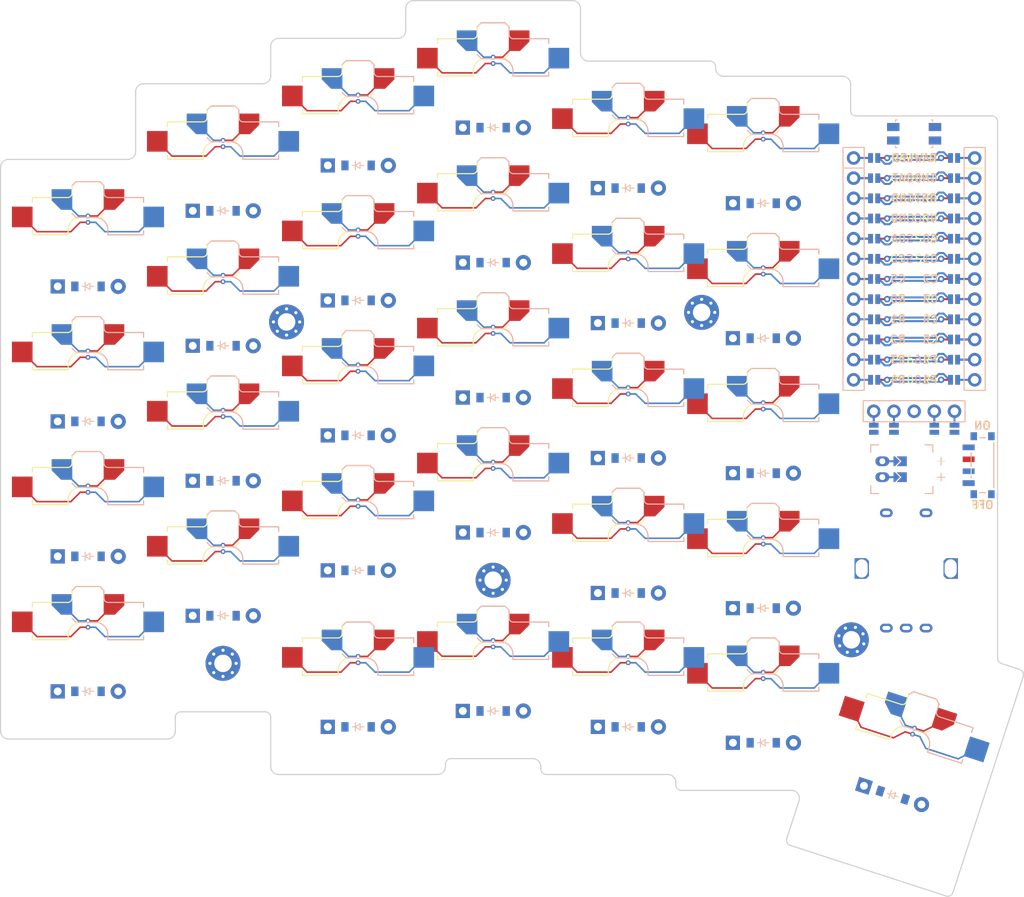
<source format=kicad_pcb>
(kicad_pcb (version 20240108) (generator "ergogen") (generator_version "4.1.0")
  (title_block (title "my-pcb") (date "2025-03-15") (rev "v1.0.0") (company "Unknown"))
  (layers (0 "F.Cu" signal) (31 "B.Cu" signal) (34 "B.Paste" user) (35 "F.Paste" user) (36 "B.SilkS" user "B.Silkscreen") (37 "F.SilkS" user "F.Silkscreen") (38 "B.Mask" user) (39 "F.Mask" user) (44 "Edge.Cuts" user))
  (net 0 "")
  (net 1 "C0")
  (net 2 "R3")
  (net 3 "GND")
  (net 4 "D1")
  (net 5 "D2")
  (net 6 "R2")
  (net 7 "R1")
  (net 8 "R0")
  (net 9 "C1")
  (net 10 "C2")
  (net 11 "C3")
  (net 12 "C4")
  (net 13 "C5")
  (net 14 "R4")
  (net 15 "RAW")
  (net 16 "RST")
  (net 17 "VCC")
  (net 18 "P16")
  (net 19 "P10")
  (net 20 "LED")
  (net 21 "DAT")
  (net 22 "SDA")
  (net 23 "SCL")
  (net 24 "CS")
  (net 25 "P101")
  (net 26 "P102")
  (net 27 "P107")
  (net 28 "MCU1_24")
  (net 29 "MCU1_1")
  (net 30 "MCU1_23")
  (net 31 "MCU1_2")
  (net 32 "MCU1_22")
  (net 33 "MCU1_3")
  (net 34 "MCU1_21")
  (net 35 "MCU1_4")
  (net 36 "MCU1_20")
  (net 37 "MCU1_5")
  (net 38 "MCU1_19")
  (net 39 "MCU1_6")
  (net 40 "MCU1_18")
  (net 41 "MCU1_7")
  (net 42 "MCU1_17")
  (net 43 "MCU1_8")
  (net 44 "MCU1_16")
  (net 45 "MCU1_9")
  (net 46 "MCU1_15")
  (net 47 "MCU1_10")
  (net 48 "MCU1_14")
  (net 49 "MCU1_11")
  (net 50 "MCU1_13")
  (net 51 "MCU1_12")
  (net 52 "DISP1_1")
  (net 53 "DISP1_2")
  (net 54 "DISP1_4")
  (net 55 "DISP1_5")
  (net 56 "BAT_P")
  (net 57 "JST1_1")
  (net 58 "JST1_2")
  (net 59 "RE_A")
  (net 60 "RE_C")
  (footprint "ceoloide:switch_choc_v1_v2" (layer "B.Cu") (at 100 100 0)
    (property "Reference" "S1" hide)
  )
  (segment (start 103.275 94.05) (end 101.2 96.125) (width 0.2) (layer "F.Cu") (net 1))
  (segment (start 101.2 96.125) (end 100 96.125) (width 0.2) (layer "F.Cu") (net 1))
  (via (at 100 96.125) (size 0.6) (drill 0.3) (layers "F.Cu" "B.Cu") (net 1))
  (segment (start 98.8 96.125) (end 100 96.125) (width 0.2) (layer "B.Cu") (net 1))
  (segment (start 96.725 94.05) (end 98.8 96.125) (width 0.2) (layer "B.Cu") (net 1))
  (segment (start 93.579 98.104) (end 97.846 98.104) (width 0.2) (layer "F.Cu") (net 2))
  (segment (start 99.025 96.925) (end 100 96.925) (width 0.2) (layer "F.Cu") (net 2))
  (segment (start 91.725 96.25) (end 93.579 98.104) (width 0.2) (layer "F.Cu") (net 2))
  (segment (start 97.846 98.104) (end 99.025 96.925) (width 0.2) (layer "F.Cu") (net 2))
  (via (at 100 96.925) (size 0.6) (drill 0.3) (layers "F.Cu" "B.Cu") (net 2))
  (segment (start 102.140166 98.104) (end 100.961166 96.925) (width 0.2) (layer "B.Cu") (net 2))
  (segment (start 106.421 98.104) (end 102.140166 98.104) (width 0.2) (layer "B.Cu") (net 2))
  (segment (start 100.961166 96.925) (end 100 96.925) (width 0.2) (layer "B.Cu") (net 2))
  (segment (start 108.275 96.25) (end 106.421 98.104) (width 0.2) (layer "B.Cu") (net 2))
  (footprint "ceoloide:switch_choc_v1_v2" (layer "B.Cu") (at 100 83 0)
    (property "Reference" "S2" hide)
  )
  (segment (start 103.275 77.05) (end 101.2 79.125) (width 0.2) (layer "F.Cu") (net 1))
  (segment (start 101.2 79.125) (end 100 79.125) (width 0.2) (layer "F.Cu") (net 1))
  (via (at 100 79.125) (size 0.6) (drill 0.3) (layers "F.Cu" "B.Cu") (net 1))
  (segment (start 98.8 79.125) (end 100 79.125) (width 0.2) (layer "B.Cu") (net 1))
  (segment (start 96.725 77.05) (end 98.8 79.125) (width 0.2) (layer "B.Cu") (net 1))
  (segment (start 93.579 81.104) (end 97.846 81.104) (width 0.2) (layer "F.Cu") (net 6))
  (segment (start 99.025 79.925) (end 100 79.925) (width 0.2) (layer "F.Cu") (net 6))
  (segment (start 91.725 79.25) (end 93.579 81.104) (width 0.2) (layer "F.Cu") (net 6))
  (segment (start 97.846 81.104) (end 99.025 79.925) (width 0.2) (layer "F.Cu") (net 6))
  (via (at 100 79.925) (size 0.6) (drill 0.3) (layers "F.Cu" "B.Cu") (net 6))
  (segment (start 102.140166 81.104) (end 100.961166 79.925) (width 0.2) (layer "B.Cu") (net 6))
  (segment (start 106.421 81.104) (end 102.140166 81.104) (width 0.2) (layer "B.Cu") (net 6))
  (segment (start 100.961166 79.925) (end 100 79.925) (width 0.2) (layer "B.Cu") (net 6))
  (segment (start 108.275 79.25) (end 106.421 81.104) (width 0.2) (layer "B.Cu") (net 6))
  (footprint "ceoloide:switch_choc_v1_v2" (layer "B.Cu") (at 100 66 0)
    (property "Reference" "S3" hide)
  )
  (segment (start 103.275 60.05) (end 101.2 62.125) (width 0.2) (layer "F.Cu") (net 1))
  (segment (start 101.2 62.125) (end 100 62.125) (width 0.2) (layer "F.Cu") (net 1))
  (via (at 100 62.125) (size 0.6) (drill 0.3) (layers "F.Cu" "B.Cu") (net 1))
  (segment (start 98.8 62.125) (end 100 62.125) (width 0.2) (layer "B.Cu") (net 1))
  (segment (start 96.725 60.05) (end 98.8 62.125) (width 0.2) (layer "B.Cu") (net 1))
  (segment (start 93.579 64.104) (end 97.846 64.104) (width 0.2) (layer "F.Cu") (net 7))
  (segment (start 99.025 62.925) (end 100 62.925) (width 0.2) (layer "F.Cu") (net 7))
  (segment (start 91.725 62.25) (end 93.579 64.104) (width 0.2) (layer "F.Cu") (net 7))
  (segment (start 97.846 64.104) (end 99.025 62.925) (width 0.2) (layer "F.Cu") (net 7))
  (via (at 100 62.925) (size 0.6) (drill 0.3) (layers "F.Cu" "B.Cu") (net 7))
  (segment (start 102.140166 64.104) (end 100.961166 62.925) (width 0.2) (layer "B.Cu") (net 7))
  (segment (start 106.421 64.104) (end 102.140166 64.104) (width 0.2) (layer "B.Cu") (net 7))
  (segment (start 100.961166 62.925) (end 100 62.925) (width 0.2) (layer "B.Cu") (net 7))
  (segment (start 108.275 62.25) (end 106.421 64.104) (width 0.2) (layer "B.Cu") (net 7))
  (footprint "ceoloide:switch_choc_v1_v2" (layer "B.Cu") (at 100 49 0)
    (property "Reference" "S4" hide)
  )
  (segment (start 103.275 43.05) (end 101.2 45.125) (width 0.2) (layer "F.Cu") (net 1))
  (segment (start 101.2 45.125) (end 100 45.125) (width 0.2) (layer "F.Cu") (net 1))
  (via (at 100 45.125) (size 0.6) (drill 0.3) (layers "F.Cu" "B.Cu") (net 1))
  (segment (start 98.8 45.125) (end 100 45.125) (width 0.2) (layer "B.Cu") (net 1))
  (segment (start 96.725 43.05) (end 98.8 45.125) (width 0.2) (layer "B.Cu") (net 1))
  (segment (start 93.579 47.104) (end 97.846 47.104) (width 0.2) (layer "F.Cu") (net 8))
  (segment (start 99.025 45.925) (end 100 45.925) (width 0.2) (layer "F.Cu") (net 8))
  (segment (start 91.725 45.25) (end 93.579 47.104) (width 0.2) (layer "F.Cu") (net 8))
  (segment (start 97.846 47.104) (end 99.025 45.925) (width 0.2) (layer "F.Cu") (net 8))
  (via (at 100 45.925) (size 0.6) (drill 0.3) (layers "F.Cu" "B.Cu") (net 8))
  (segment (start 102.140166 47.104) (end 100.961166 45.925) (width 0.2) (layer "B.Cu") (net 8))
  (segment (start 106.421 47.104) (end 102.140166 47.104) (width 0.2) (layer "B.Cu") (net 8))
  (segment (start 100.961166 45.925) (end 100 45.925) (width 0.2) (layer "B.Cu") (net 8))
  (segment (start 108.275 45.25) (end 106.421 47.104) (width 0.2) (layer "B.Cu") (net 8))
  (footprint "ceoloide:switch_choc_v1_v2" (layer "B.Cu") (at 117 90.475 0)
    (property "Reference" "S5" hide)
  )
  (segment (start 120.275 84.52499999999999) (end 118.2 86.6) (width 0.2) (layer "F.Cu") (net 9))
  (segment (start 118.2 86.6) (end 117 86.6) (width 0.2) (layer "F.Cu") (net 9))
  (via (at 117 86.6) (size 0.6) (drill 0.3) (layers "F.Cu" "B.Cu") (net 9))
  (segment (start 115.8 86.6) (end 117 86.6) (width 0.2) (layer "B.Cu") (net 9))
  (segment (start 113.725 84.52499999999999) (end 115.8 86.6) (width 0.2) (layer "B.Cu") (net 9))
  (segment (start 110.579 88.579) (end 114.846 88.579) (width 0.2) (layer "F.Cu") (net 2))
  (segment (start 116.025 87.39999999999999) (end 117 87.39999999999999) (width 0.2) (layer "F.Cu") (net 2))
  (segment (start 108.725 86.725) (end 110.579 88.579) (width 0.2) (layer "F.Cu") (net 2))
  (segment (start 114.846 88.579) (end 116.025 87.39999999999999) (width 0.2) (layer "F.Cu") (net 2))
  (via (at 117 87.39999999999999) (size 0.6) (drill 0.3) (layers "F.Cu" "B.Cu") (net 2))
  (segment (start 119.140166 88.579) (end 117.961166 87.39999999999999) (width 0.2) (layer "B.Cu") (net 2))
  (segment (start 123.421 88.579) (end 119.140166 88.579) (width 0.2) (layer "B.Cu") (net 2))
  (segment (start 117.961166 87.39999999999999) (end 117 87.39999999999999) (width 0.2) (layer "B.Cu") (net 2))
  (segment (start 125.275 86.725) (end 123.421 88.579) (width 0.2) (layer "B.Cu") (net 2))
  (footprint "ceoloide:switch_choc_v1_v2" (layer "B.Cu") (at 117 73.475 0)
    (property "Reference" "S6" hide)
  )
  (segment (start 120.275 67.52499999999999) (end 118.2 69.6) (width 0.2) (layer "F.Cu") (net 9))
  (segment (start 118.2 69.6) (end 117 69.6) (width 0.2) (layer "F.Cu") (net 9))
  (via (at 117 69.6) (size 0.6) (drill 0.3) (layers "F.Cu" "B.Cu") (net 9))
  (segment (start 115.8 69.6) (end 117 69.6) (width 0.2) (layer "B.Cu") (net 9))
  (segment (start 113.725 67.52499999999999) (end 115.8 69.6) (width 0.2) (layer "B.Cu") (net 9))
  (segment (start 110.579 71.579) (end 114.846 71.579) (width 0.2) (layer "F.Cu") (net 6))
  (segment (start 116.025 70.39999999999999) (end 117 70.39999999999999) (width 0.2) (layer "F.Cu") (net 6))
  (segment (start 108.725 69.725) (end 110.579 71.579) (width 0.2) (layer "F.Cu") (net 6))
  (segment (start 114.846 71.579) (end 116.025 70.39999999999999) (width 0.2) (layer "F.Cu") (net 6))
  (via (at 117 70.39999999999999) (size 0.6) (drill 0.3) (layers "F.Cu" "B.Cu") (net 6))
  (segment (start 119.140166 71.579) (end 117.961166 70.39999999999999) (width 0.2) (layer "B.Cu") (net 6))
  (segment (start 123.421 71.579) (end 119.140166 71.579) (width 0.2) (layer "B.Cu") (net 6))
  (segment (start 117.961166 70.39999999999999) (end 117 70.39999999999999) (width 0.2) (layer "B.Cu") (net 6))
  (segment (start 125.275 69.725) (end 123.421 71.579) (width 0.2) (layer "B.Cu") (net 6))
  (footprint "ceoloide:switch_choc_v1_v2" (layer "B.Cu") (at 117 56.474999999999994 0)
    (property "Reference" "S7" hide)
  )
  (segment (start 120.275 50.52499999999999) (end 118.2 52.599999999999994) (width 0.2) (layer "F.Cu") (net 9))
  (segment (start 118.2 52.599999999999994) (end 117 52.599999999999994) (width 0.2) (layer "F.Cu") (net 9))
  (via (at 117 52.599999999999994) (size 0.6) (drill 0.3) (layers "F.Cu" "B.Cu") (net 9))
  (segment (start 115.8 52.599999999999994) (end 117 52.599999999999994) (width 0.2) (layer "B.Cu") (net 9))
  (segment (start 113.725 50.52499999999999) (end 115.8 52.599999999999994) (width 0.2) (layer "B.Cu") (net 9))
  (segment (start 110.579 54.57899999999999) (end 114.846 54.57899999999999) (width 0.2) (layer "F.Cu") (net 7))
  (segment (start 116.025 53.39999999999999) (end 117 53.39999999999999) (width 0.2) (layer "F.Cu") (net 7))
  (segment (start 108.725 52.724999999999994) (end 110.579 54.57899999999999) (width 0.2) (layer "F.Cu") (net 7))
  (segment (start 114.846 54.57899999999999) (end 116.025 53.39999999999999) (width 0.2) (layer "F.Cu") (net 7))
  (via (at 117 53.39999999999999) (size 0.6) (drill 0.3) (layers "F.Cu" "B.Cu") (net 7))
  (segment (start 119.140166 54.57899999999999) (end 117.961166 53.39999999999999) (width 0.2) (layer "B.Cu") (net 7))
  (segment (start 123.421 54.57899999999999) (end 119.140166 54.57899999999999) (width 0.2) (layer "B.Cu") (net 7))
  (segment (start 117.961166 53.39999999999999) (end 117 53.39999999999999) (width 0.2) (layer "B.Cu") (net 7))
  (segment (start 125.275 52.724999999999994) (end 123.421 54.57899999999999) (width 0.2) (layer "B.Cu") (net 7))
  (footprint "ceoloide:switch_choc_v1_v2" (layer "B.Cu") (at 117 39.474999999999994 0)
    (property "Reference" "S8" hide)
  )
  (segment (start 120.275 33.52499999999999) (end 118.2 35.599999999999994) (width 0.2) (layer "F.Cu") (net 9))
  (segment (start 118.2 35.599999999999994) (end 117 35.599999999999994) (width 0.2) (layer "F.Cu") (net 9))
  (via (at 117 35.599999999999994) (size 0.6) (drill 0.3) (layers "F.Cu" "B.Cu") (net 9))
  (segment (start 115.8 35.599999999999994) (end 117 35.599999999999994) (width 0.2) (layer "B.Cu") (net 9))
  (segment (start 113.725 33.52499999999999) (end 115.8 35.599999999999994) (width 0.2) (layer "B.Cu") (net 9))
  (segment (start 110.579 37.57899999999999) (end 114.846 37.57899999999999) (width 0.2) (layer "F.Cu") (net 8))
  (segment (start 116.025 36.39999999999999) (end 117 36.39999999999999) (width 0.2) (layer "F.Cu") (net 8))
  (segment (start 108.725 35.724999999999994) (end 110.579 37.57899999999999) (width 0.2) (layer "F.Cu") (net 8))
  (segment (start 114.846 37.57899999999999) (end 116.025 36.39999999999999) (width 0.2) (layer "F.Cu") (net 8))
  (via (at 117 36.39999999999999) (size 0.6) (drill 0.3) (layers "F.Cu" "B.Cu") (net 8))
  (segment (start 119.140166 37.57899999999999) (end 117.961166 36.39999999999999) (width 0.2) (layer "B.Cu") (net 8))
  (segment (start 123.421 37.57899999999999) (end 119.140166 37.57899999999999) (width 0.2) (layer "B.Cu") (net 8))
  (segment (start 117.961166 36.39999999999999) (end 117 36.39999999999999) (width 0.2) (layer "B.Cu") (net 8))
  (segment (start 125.275 35.724999999999994) (end 123.421 37.57899999999999) (width 0.2) (layer "B.Cu") (net 8))
  (footprint "ceoloide:switch_choc_v1_v2" (layer "B.Cu") (at 134 84.76 0)
    (property "Reference" "S9" hide)
  )
  (segment (start 137.275 78.81) (end 135.2 80.885) (width 0.2) (layer "F.Cu") (net 10))
  (segment (start 135.2 80.885) (end 134 80.885) (width 0.2) (layer "F.Cu") (net 10))
  (via (at 134 80.885) (size 0.6) (drill 0.3) (layers "F.Cu" "B.Cu") (net 10))
  (segment (start 132.8 80.885) (end 134 80.885) (width 0.2) (layer "B.Cu") (net 10))
  (segment (start 130.725 78.81) (end 132.8 80.885) (width 0.2) (layer "B.Cu") (net 10))
  (segment (start 127.579 82.864) (end 131.846 82.864) (width 0.2) (layer "F.Cu") (net 2))
  (segment (start 133.025 81.685) (end 134 81.685) (width 0.2) (layer "F.Cu") (net 2))
  (segment (start 125.725 81.01) (end 127.579 82.864) (width 0.2) (layer "F.Cu") (net 2))
  (segment (start 131.846 82.864) (end 133.025 81.685) (width 0.2) (layer "F.Cu") (net 2))
  (via (at 134 81.685) (size 0.6) (drill 0.3) (layers "F.Cu" "B.Cu") (net 2))
  (segment (start 136.140166 82.864) (end 134.961166 81.685) (width 0.2) (layer "B.Cu") (net 2))
  (segment (start 140.421 82.864) (end 136.140166 82.864) (width 0.2) (layer "B.Cu") (net 2))
  (segment (start 134.961166 81.685) (end 134 81.685) (width 0.2) (layer "B.Cu") (net 2))
  (segment (start 142.275 81.01) (end 140.421 82.864) (width 0.2) (layer "B.Cu") (net 2))
  (footprint "ceoloide:switch_choc_v1_v2" (layer "B.Cu") (at 134 67.76 0)
    (property "Reference" "S10" hide)
  )
  (segment (start 137.275 61.81) (end 135.2 63.885000000000005) (width 0.2) (layer "F.Cu") (net 10))
  (segment (start 135.2 63.885000000000005) (end 134 63.885000000000005) (width 0.2) (layer "F.Cu") (net 10))
  (via (at 134 63.885000000000005) (size 0.6) (drill 0.3) (layers "F.Cu" "B.Cu") (net 10))
  (segment (start 132.8 63.885000000000005) (end 134 63.885000000000005) (width 0.2) (layer "B.Cu") (net 10))
  (segment (start 130.725 61.81) (end 132.8 63.885000000000005) (width 0.2) (layer "B.Cu") (net 10))
  (segment (start 127.579 65.864) (end 131.846 65.864) (width 0.2) (layer "F.Cu") (net 6))
  (segment (start 133.025 64.685) (end 134 64.685) (width 0.2) (layer "F.Cu") (net 6))
  (segment (start 125.725 64.01) (end 127.579 65.864) (width 0.2) (layer "F.Cu") (net 6))
  (segment (start 131.846 65.864) (end 133.025 64.685) (width 0.2) (layer "F.Cu") (net 6))
  (via (at 134 64.685) (size 0.6) (drill 0.3) (layers "F.Cu" "B.Cu") (net 6))
  (segment (start 136.140166 65.864) (end 134.961166 64.685) (width 0.2) (layer "B.Cu") (net 6))
  (segment (start 140.421 65.864) (end 136.140166 65.864) (width 0.2) (layer "B.Cu") (net 6))
  (segment (start 134.961166 64.685) (end 134 64.685) (width 0.2) (layer "B.Cu") (net 6))
  (segment (start 142.275 64.01) (end 140.421 65.864) (width 0.2) (layer "B.Cu") (net 6))
  (footprint "ceoloide:switch_choc_v1_v2" (layer "B.Cu") (at 134 50.760000000000005 0)
    (property "Reference" "S11" hide)
  )
  (segment (start 137.275 44.81) (end 135.2 46.885000000000005) (width 0.2) (layer "F.Cu") (net 10))
  (segment (start 135.2 46.885000000000005) (end 134 46.885000000000005) (width 0.2) (layer "F.Cu") (net 10))
  (via (at 134 46.885000000000005) (size 0.6) (drill 0.3) (layers "F.Cu" "B.Cu") (net 10))
  (segment (start 132.8 46.885000000000005) (end 134 46.885000000000005) (width 0.2) (layer "B.Cu") (net 10))
  (segment (start 130.725 44.81) (end 132.8 46.885000000000005) (width 0.2) (layer "B.Cu") (net 10))
  (segment (start 127.579 48.864000000000004) (end 131.846 48.864000000000004) (width 0.2) (layer "F.Cu") (net 7))
  (segment (start 133.025 47.685) (end 134 47.685) (width 0.2) (layer "F.Cu") (net 7))
  (segment (start 125.725 47.010000000000005) (end 127.579 48.864000000000004) (width 0.2) (layer "F.Cu") (net 7))
  (segment (start 131.846 48.864000000000004) (end 133.025 47.685) (width 0.2) (layer "F.Cu") (net 7))
  (via (at 134 47.685) (size 0.6) (drill 0.3) (layers "F.Cu" "B.Cu") (net 7))
  (segment (start 136.140166 48.864000000000004) (end 134.961166 47.685) (width 0.2) (layer "B.Cu") (net 7))
  (segment (start 140.421 48.864000000000004) (end 136.140166 48.864000000000004) (width 0.2) (layer "B.Cu") (net 7))
  (segment (start 134.961166 47.685) (end 134 47.685) (width 0.2) (layer "B.Cu") (net 7))
  (segment (start 142.275 47.010000000000005) (end 140.421 48.864000000000004) (width 0.2) (layer "B.Cu") (net 7))
  (footprint "ceoloide:switch_choc_v1_v2" (layer "B.Cu") (at 134 33.760000000000005 0)
    (property "Reference" "S12" hide)
  )
  (segment (start 137.275 27.810000000000006) (end 135.2 29.885000000000005) (width 0.2) (layer "F.Cu") (net 10))
  (segment (start 135.2 29.885000000000005) (end 134 29.885000000000005) (width 0.2) (layer "F.Cu") (net 10))
  (via (at 134 29.885000000000005) (size 0.6) (drill 0.3) (layers "F.Cu" "B.Cu") (net 10))
  (segment (start 132.8 29.885000000000005) (end 134 29.885000000000005) (width 0.2) (layer "B.Cu") (net 10))
  (segment (start 130.725 27.810000000000006) (end 132.8 29.885000000000005) (width 0.2) (layer "B.Cu") (net 10))
  (segment (start 127.579 31.864000000000004) (end 131.846 31.864000000000004) (width 0.2) (layer "F.Cu") (net 8))
  (segment (start 133.025 30.685000000000006) (end 134 30.685000000000006) (width 0.2) (layer "F.Cu") (net 8))
  (segment (start 125.725 30.010000000000005) (end 127.579 31.864000000000004) (width 0.2) (layer "F.Cu") (net 8))
  (segment (start 131.846 31.864000000000004) (end 133.025 30.685000000000006) (width 0.2) (layer "F.Cu") (net 8))
  (via (at 134 30.685000000000006) (size 0.6) (drill 0.3) (layers "F.Cu" "B.Cu") (net 8))
  (segment (start 136.140166 31.864000000000004) (end 134.961166 30.685000000000006) (width 0.2) (layer "B.Cu") (net 8))
  (segment (start 140.421 31.864000000000004) (end 136.140166 31.864000000000004) (width 0.2) (layer "B.Cu") (net 8))
  (segment (start 134.961166 30.685000000000006) (end 134 30.685000000000006) (width 0.2) (layer "B.Cu") (net 8))
  (segment (start 142.275 30.010000000000005) (end 140.421 31.864000000000004) (width 0.2) (layer "B.Cu") (net 8))
  (footprint "ceoloide:switch_choc_v1_v2" (layer "B.Cu") (at 151 79.9975 0)
    (property "Reference" "S13" hide)
  )
  (segment (start 154.275 74.0475) (end 152.2 76.1225) (width 0.2) (layer "F.Cu") (net 11))
  (segment (start 152.2 76.1225) (end 151 76.1225) (width 0.2) (layer "F.Cu") (net 11))
  (via (at 151 76.1225) (size 0.6) (drill 0.3) (layers "F.Cu" "B.Cu") (net 11))
  (segment (start 149.8 76.1225) (end 151 76.1225) (width 0.2) (layer "B.Cu") (net 11))
  (segment (start 147.725 74.0475) (end 149.8 76.1225) (width 0.2) (layer "B.Cu") (net 11))
  (segment (start 144.579 78.1015) (end 148.846 78.1015) (width 0.2) (layer "F.Cu") (net 2))
  (segment (start 150.025 76.9225) (end 151 76.9225) (width 0.2) (layer "F.Cu") (net 2))
  (segment (start 142.725 76.2475) (end 144.579 78.1015) (width 0.2) (layer "F.Cu") (net 2))
  (segment (start 148.846 78.1015) (end 150.025 76.9225) (width 0.2) (layer "F.Cu") (net 2))
  (via (at 151 76.9225) (size 0.6) (drill 0.3) (layers "F.Cu" "B.Cu") (net 2))
  (segment (start 153.140166 78.1015) (end 151.961166 76.9225) (width 0.2) (layer "B.Cu") (net 2))
  (segment (start 157.421 78.1015) (end 153.140166 78.1015) (width 0.2) (layer "B.Cu") (net 2))
  (segment (start 151.961166 76.9225) (end 151 76.9225) (width 0.2) (layer "B.Cu") (net 2))
  (segment (start 159.275 76.2475) (end 157.421 78.1015) (width 0.2) (layer "B.Cu") (net 2))
  (footprint "ceoloide:switch_choc_v1_v2" (layer "B.Cu") (at 151 62.9975 0)
    (property "Reference" "S14" hide)
  )
  (segment (start 154.275 57.0475) (end 152.2 59.1225) (width 0.2) (layer "F.Cu") (net 11))
  (segment (start 152.2 59.1225) (end 151 59.1225) (width 0.2) (layer "F.Cu") (net 11))
  (via (at 151 59.1225) (size 0.6) (drill 0.3) (layers "F.Cu" "B.Cu") (net 11))
  (segment (start 149.8 59.1225) (end 151 59.1225) (width 0.2) (layer "B.Cu") (net 11))
  (segment (start 147.725 57.0475) (end 149.8 59.1225) (width 0.2) (layer "B.Cu") (net 11))
  (segment (start 144.579 61.1015) (end 148.846 61.1015) (width 0.2) (layer "F.Cu") (net 6))
  (segment (start 150.025 59.9225) (end 151 59.9225) (width 0.2) (layer "F.Cu") (net 6))
  (segment (start 142.725 59.2475) (end 144.579 61.1015) (width 0.2) (layer "F.Cu") (net 6))
  (segment (start 148.846 61.1015) (end 150.025 59.9225) (width 0.2) (layer "F.Cu") (net 6))
  (via (at 151 59.9225) (size 0.6) (drill 0.3) (layers "F.Cu" "B.Cu") (net 6))
  (segment (start 153.140166 61.1015) (end 151.961166 59.9225) (width 0.2) (layer "B.Cu") (net 6))
  (segment (start 157.421 61.1015) (end 153.140166 61.1015) (width 0.2) (layer "B.Cu") (net 6))
  (segment (start 151.961166 59.9225) (end 151 59.9225) (width 0.2) (layer "B.Cu") (net 6))
  (segment (start 159.275 59.2475) (end 157.421 61.1015) (width 0.2) (layer "B.Cu") (net 6))
  (footprint "ceoloide:switch_choc_v1_v2" (layer "B.Cu") (at 151 45.9975 0)
    (property "Reference" "S15" hide)
  )
  (segment (start 154.275 40.0475) (end 152.2 42.1225) (width 0.2) (layer "F.Cu") (net 11))
  (segment (start 152.2 42.1225) (end 151 42.1225) (width 0.2) (layer "F.Cu") (net 11))
  (via (at 151 42.1225) (size 0.6) (drill 0.3) (layers "F.Cu" "B.Cu") (net 11))
  (segment (start 149.8 42.1225) (end 151 42.1225) (width 0.2) (layer "B.Cu") (net 11))
  (segment (start 147.725 40.0475) (end 149.8 42.1225) (width 0.2) (layer "B.Cu") (net 11))
  (segment (start 144.579 44.1015) (end 148.846 44.1015) (width 0.2) (layer "F.Cu") (net 7))
  (segment (start 150.025 42.9225) (end 151 42.9225) (width 0.2) (layer "F.Cu") (net 7))
  (segment (start 142.725 42.2475) (end 144.579 44.1015) (width 0.2) (layer "F.Cu") (net 7))
  (segment (start 148.846 44.1015) (end 150.025 42.9225) (width 0.2) (layer "F.Cu") (net 7))
  (via (at 151 42.9225) (size 0.6) (drill 0.3) (layers "F.Cu" "B.Cu") (net 7))
  (segment (start 153.140166 44.1015) (end 151.961166 42.9225) (width 0.2) (layer "B.Cu") (net 7))
  (segment (start 157.421 44.1015) (end 153.140166 44.1015) (width 0.2) (layer "B.Cu") (net 7))
  (segment (start 151.961166 42.9225) (end 151 42.9225) (width 0.2) (layer "B.Cu") (net 7))
  (segment (start 159.275 42.2475) (end 157.421 44.1015) (width 0.2) (layer "B.Cu") (net 7))
  (footprint "ceoloide:switch_choc_v1_v2" (layer "B.Cu") (at 151 28.997500000000002 0)
    (property "Reference" "S16" hide)
  )
  (segment (start 154.275 23.047500000000003) (end 152.2 25.122500000000002) (width 0.2) (layer "F.Cu") (net 11))
  (segment (start 152.2 25.122500000000002) (end 151 25.122500000000002) (width 0.2) (layer "F.Cu") (net 11))
  (via (at 151 25.122500000000002) (size 0.6) (drill 0.3) (layers "F.Cu" "B.Cu") (net 11))
  (segment (start 149.8 25.122500000000002) (end 151 25.122500000000002) (width 0.2) (layer "B.Cu") (net 11))
  (segment (start 147.725 23.047500000000003) (end 149.8 25.122500000000002) (width 0.2) (layer "B.Cu") (net 11))
  (segment (start 144.579 27.1015) (end 148.846 27.1015) (width 0.2) (layer "F.Cu") (net 8))
  (segment (start 150.025 25.922500000000003) (end 151 25.922500000000003) (width 0.2) (layer "F.Cu") (net 8))
  (segment (start 142.725 25.247500000000002) (end 144.579 27.1015) (width 0.2) (layer "F.Cu") (net 8))
  (segment (start 148.846 27.1015) (end 150.025 25.922500000000003) (width 0.2) (layer "F.Cu") (net 8))
  (via (at 151 25.922500000000003) (size 0.6) (drill 0.3) (layers "F.Cu" "B.Cu") (net 8))
  (segment (start 153.140166 27.1015) (end 151.961166 25.922500000000003) (width 0.2) (layer "B.Cu") (net 8))
  (segment (start 157.421 27.1015) (end 153.140166 27.1015) (width 0.2) (layer "B.Cu") (net 8))
  (segment (start 151.961166 25.922500000000003) (end 151 25.922500000000003) (width 0.2) (layer "B.Cu") (net 8))
  (segment (start 159.275 25.247500000000002) (end 157.421 27.1015) (width 0.2) (layer "B.Cu") (net 8))
  (footprint "ceoloide:switch_choc_v1_v2" (layer "B.Cu") (at 168 87.6175 0)
    (property "Reference" "S17" hide)
  )
  (segment (start 171.275 81.6675) (end 169.2 83.7425) (width 0.2) (layer "F.Cu") (net 12))
  (segment (start 169.2 83.7425) (end 168 83.7425) (width 0.2) (layer "F.Cu") (net 12))
  (via (at 168 83.7425) (size 0.6) (drill 0.3) (layers "F.Cu" "B.Cu") (net 12))
  (segment (start 166.8 83.7425) (end 168 83.7425) (width 0.2) (layer "B.Cu") (net 12))
  (segment (start 164.725 81.6675) (end 166.8 83.7425) (width 0.2) (layer "B.Cu") (net 12))
  (segment (start 161.579 85.7215) (end 165.846 85.7215) (width 0.2) (layer "F.Cu") (net 2))
  (segment (start 167.025 84.5425) (end 168 84.5425) (width 0.2) (layer "F.Cu") (net 2))
  (segment (start 159.725 83.8675) (end 161.579 85.7215) (width 0.2) (layer "F.Cu") (net 2))
  (segment (start 165.846 85.7215) (end 167.025 84.5425) (width 0.2) (layer "F.Cu") (net 2))
  (via (at 168 84.5425) (size 0.6) (drill 0.3) (layers "F.Cu" "B.Cu") (net 2))
  (segment (start 170.140166 85.7215) (end 168.961166 84.5425) (width 0.2) (layer "B.Cu") (net 2))
  (segment (start 174.421 85.7215) (end 170.140166 85.7215) (width 0.2) (layer "B.Cu") (net 2))
  (segment (start 168.961166 84.5425) (end 168 84.5425) (width 0.2) (layer "B.Cu") (net 2))
  (segment (start 176.275 83.8675) (end 174.421 85.7215) (width 0.2) (layer "B.Cu") (net 2))
  (footprint "ceoloide:switch_choc_v1_v2" (layer "B.Cu") (at 168 70.6175 0)
    (property "Reference" "S18" hide)
  )
  (segment (start 171.275 64.6675) (end 169.2 66.7425) (width 0.2) (layer "F.Cu") (net 12))
  (segment (start 169.2 66.7425) (end 168 66.7425) (width 0.2) (layer "F.Cu") (net 12))
  (via (at 168 66.7425) (size 0.6) (drill 0.3) (layers "F.Cu" "B.Cu") (net 12))
  (segment (start 166.8 66.7425) (end 168 66.7425) (width 0.2) (layer "B.Cu") (net 12))
  (segment (start 164.725 64.6675) (end 166.8 66.7425) (width 0.2) (layer "B.Cu") (net 12))
  (segment (start 161.579 68.7215) (end 165.846 68.7215) (width 0.2) (layer "F.Cu") (net 6))
  (segment (start 167.025 67.5425) (end 168 67.5425) (width 0.2) (layer "F.Cu") (net 6))
  (segment (start 159.725 66.8675) (end 161.579 68.7215) (width 0.2) (layer "F.Cu") (net 6))
  (segment (start 165.846 68.7215) (end 167.025 67.5425) (width 0.2) (layer "F.Cu") (net 6))
  (via (at 168 67.5425) (size 0.6) (drill 0.3) (layers "F.Cu" "B.Cu") (net 6))
  (segment (start 170.140166 68.7215) (end 168.961166 67.5425) (width 0.2) (layer "B.Cu") (net 6))
  (segment (start 174.421 68.7215) (end 170.140166 68.7215) (width 0.2) (layer "B.Cu") (net 6))
  (segment (start 168.961166 67.5425) (end 168 67.5425) (width 0.2) (layer "B.Cu") (net 6))
  (segment (start 176.275 66.8675) (end 174.421 68.7215) (width 0.2) (layer "B.Cu") (net 6))
  (footprint "ceoloide:switch_choc_v1_v2" (layer "B.Cu") (at 168 53.61750000000001 0)
    (property "Reference" "S19" hide)
  )
  (segment (start 171.275 47.667500000000004) (end 169.2 49.74250000000001) (width 0.2) (layer "F.Cu") (net 12))
  (segment (start 169.2 49.74250000000001) (end 168 49.74250000000001) (width 0.2) (layer "F.Cu") (net 12))
  (via (at 168 49.74250000000001) (size 0.6) (drill 0.3) (layers "F.Cu" "B.Cu") (net 12))
  (segment (start 166.8 49.74250000000001) (end 168 49.74250000000001) (width 0.2) (layer "B.Cu") (net 12))
  (segment (start 164.725 47.667500000000004) (end 166.8 49.74250000000001) (width 0.2) (layer "B.Cu") (net 12))
  (segment (start 161.579 51.721500000000006) (end 165.846 51.721500000000006) (width 0.2) (layer "F.Cu") (net 7))
  (segment (start 167.025 50.542500000000004) (end 168 50.542500000000004) (width 0.2) (layer "F.Cu") (net 7))
  (segment (start 159.725 49.86750000000001) (end 161.579 51.721500000000006) (width 0.2) (layer "F.Cu") (net 7))
  (segment (start 165.846 51.721500000000006) (end 167.025 50.542500000000004) (width 0.2) (layer "F.Cu") (net 7))
  (via (at 168 50.542500000000004) (size 0.6) (drill 0.3) (layers "F.Cu" "B.Cu") (net 7))
  (segment (start 170.140166 51.721500000000006) (end 168.961166 50.542500000000004) (width 0.2) (layer "B.Cu") (net 7))
  (segment (start 174.421 51.721500000000006) (end 170.140166 51.721500000000006) (width 0.2) (layer "B.Cu") (net 7))
  (segment (start 168.961166 50.542500000000004) (end 168 50.542500000000004) (width 0.2) (layer "B.Cu") (net 7))
  (segment (start 176.275 49.86750000000001) (end 174.421 51.721500000000006) (width 0.2) (layer "B.Cu") (net 7))
  (footprint "ceoloide:switch_choc_v1_v2" (layer "B.Cu") (at 168 36.61750000000001 0)
    (property "Reference" "S20" hide)
  )
  (segment (start 171.275 30.667500000000008) (end 169.2 32.74250000000001) (width 0.2) (layer "F.Cu") (net 12))
  (segment (start 169.2 32.74250000000001) (end 168 32.74250000000001) (width 0.2) (layer "F.Cu") (net 12))
  (via (at 168 32.74250000000001) (size 0.6) (drill 0.3) (layers "F.Cu" "B.Cu") (net 12))
  (segment (start 166.8 32.74250000000001) (end 168 32.74250000000001) (width 0.2) (layer "B.Cu") (net 12))
  (segment (start 164.725 30.667500000000008) (end 166.8 32.74250000000001) (width 0.2) (layer "B.Cu") (net 12))
  (segment (start 161.579 34.721500000000006) (end 165.846 34.721500000000006) (width 0.2) (layer "F.Cu") (net 8))
  (segment (start 167.025 33.542500000000004) (end 168 33.542500000000004) (width 0.2) (layer "F.Cu") (net 8))
  (segment (start 159.725 32.86750000000001) (end 161.579 34.721500000000006) (width 0.2) (layer "F.Cu") (net 8))
  (segment (start 165.846 34.721500000000006) (end 167.025 33.542500000000004) (width 0.2) (layer "F.Cu") (net 8))
  (via (at 168 33.542500000000004) (size 0.6) (drill 0.3) (layers "F.Cu" "B.Cu") (net 8))
  (segment (start 170.140166 34.721500000000006) (end 168.961166 33.542500000000004) (width 0.2) (layer "B.Cu") (net 8))
  (segment (start 174.421 34.721500000000006) (end 170.140166 34.721500000000006) (width 0.2) (layer "B.Cu") (net 8))
  (segment (start 168.961166 33.542500000000004) (end 168 33.542500000000004) (width 0.2) (layer "B.Cu") (net 8))
  (segment (start 176.275 32.86750000000001) (end 174.421 34.721500000000006) (width 0.2) (layer "B.Cu") (net 8))
  (footprint "ceoloide:switch_choc_v1_v2" (layer "B.Cu") (at 185 89.52250000000001 0)
    (property "Reference" "S21" hide)
  )
  (segment (start 188.275 83.5725) (end 186.2 85.64750000000001) (width 0.2) (layer "F.Cu") (net 13))
  (segment (start 186.2 85.64750000000001) (end 185 85.64750000000001) (width 0.2) (layer "F.Cu") (net 13))
  (via (at 185 85.64750000000001) (size 0.6) (drill 0.3) (layers "F.Cu" "B.Cu") (net 13))
  (segment (start 183.8 85.64750000000001) (end 185 85.64750000000001) (width 0.2) (layer "B.Cu") (net 13))
  (segment (start 181.725 83.5725) (end 183.8 85.64750000000001) (width 0.2) (layer "B.Cu") (net 13))
  (segment (start 178.579 87.62650000000001) (end 182.846 87.62650000000001) (width 0.2) (layer "F.Cu") (net 2))
  (segment (start 184.025 86.4475) (end 185 86.4475) (width 0.2) (layer "F.Cu") (net 2))
  (segment (start 176.725 85.77250000000001) (end 178.579 87.62650000000001) (width 0.2) (layer "F.Cu") (net 2))
  (segment (start 182.846 87.62650000000001) (end 184.025 86.4475) (width 0.2) (layer "F.Cu") (net 2))
  (via (at 185 86.4475) (size 0.6) (drill 0.3) (layers "F.Cu" "B.Cu") (net 2))
  (segment (start 187.140166 87.62650000000001) (end 185.961166 86.4475) (width 0.2) (layer "B.Cu") (net 2))
  (segment (start 191.421 87.62650000000001) (end 187.140166 87.62650000000001) (width 0.2) (layer "B.Cu") (net 2))
  (segment (start 185.961166 86.4475) (end 185 86.4475) (width 0.2) (layer "B.Cu") (net 2))
  (segment (start 193.275 85.77250000000001) (end 191.421 87.62650000000001) (width 0.2) (layer "B.Cu") (net 2))
  (footprint "ceoloide:switch_choc_v1_v2" (layer "B.Cu") (at 185 72.52250000000001 0)
    (property "Reference" "S22" hide)
  )
  (segment (start 188.275 66.5725) (end 186.2 68.64750000000001) (width 0.2) (layer "F.Cu") (net 13))
  (segment (start 186.2 68.64750000000001) (end 185 68.64750000000001) (width 0.2) (layer "F.Cu") (net 13))
  (via (at 185 68.64750000000001) (size 0.6) (drill 0.3) (layers "F.Cu" "B.Cu") (net 13))
  (segment (start 183.8 68.64750000000001) (end 185 68.64750000000001) (width 0.2) (layer "B.Cu") (net 13))
  (segment (start 181.725 66.5725) (end 183.8 68.64750000000001) (width 0.2) (layer "B.Cu") (net 13))
  (segment (start 178.579 70.62650000000001) (end 182.846 70.62650000000001) (width 0.2) (layer "F.Cu") (net 6))
  (segment (start 184.025 69.4475) (end 185 69.4475) (width 0.2) (layer "F.Cu") (net 6))
  (segment (start 176.725 68.77250000000001) (end 178.579 70.62650000000001) (width 0.2) (layer "F.Cu") (net 6))
  (segment (start 182.846 70.62650000000001) (end 184.025 69.4475) (width 0.2) (layer "F.Cu") (net 6))
  (via (at 185 69.4475) (size 0.6) (drill 0.3) (layers "F.Cu" "B.Cu") (net 6))
  (segment (start 187.140166 70.62650000000001) (end 185.961166 69.4475) (width 0.2) (layer "B.Cu") (net 6))
  (segment (start 191.421 70.62650000000001) (end 187.140166 70.62650000000001) (width 0.2) (layer "B.Cu") (net 6))
  (segment (start 185.961166 69.4475) (end 185 69.4475) (width 0.2) (layer "B.Cu") (net 6))
  (segment (start 193.275 68.77250000000001) (end 191.421 70.62650000000001) (width 0.2) (layer "B.Cu") (net 6))
  (footprint "ceoloide:switch_choc_v1_v2" (layer "B.Cu") (at 185 55.52250000000001 0)
    (property "Reference" "S23" hide)
  )
  (segment (start 188.275 49.572500000000005) (end 186.2 51.64750000000001) (width 0.2) (layer "F.Cu") (net 13))
  (segment (start 186.2 51.64750000000001) (end 185 51.64750000000001) (width 0.2) (layer "F.Cu") (net 13))
  (via (at 185 51.64750000000001) (size 0.6) (drill 0.3) (layers "F.Cu" "B.Cu") (net 13))
  (segment (start 183.8 51.64750000000001) (end 185 51.64750000000001) (width 0.2) (layer "B.Cu") (net 13))
  (segment (start 181.725 49.572500000000005) (end 183.8 51.64750000000001) (width 0.2) (layer "B.Cu") (net 13))
  (segment (start 178.579 53.62650000000001) (end 182.846 53.62650000000001) (width 0.2) (layer "F.Cu") (net 7))
  (segment (start 184.025 52.447500000000005) (end 185 52.447500000000005) (width 0.2) (layer "F.Cu") (net 7))
  (segment (start 176.725 51.77250000000001) (end 178.579 53.62650000000001) (width 0.2) (layer "F.Cu") (net 7))
  (segment (start 182.846 53.62650000000001) (end 184.025 52.447500000000005) (width 0.2) (layer "F.Cu") (net 7))
  (via (at 185 52.447500000000005) (size 0.6) (drill 0.3) (layers "F.Cu" "B.Cu") (net 7))
  (segment (start 187.140166 53.62650000000001) (end 185.961166 52.447500000000005) (width 0.2) (layer "B.Cu") (net 7))
  (segment (start 191.421 53.62650000000001) (end 187.140166 53.62650000000001) (width 0.2) (layer "B.Cu") (net 7))
  (segment (start 185.961166 52.447500000000005) (end 185 52.447500000000005) (width 0.2) (layer "B.Cu") (net 7))
  (segment (start 193.275 51.77250000000001) (end 191.421 53.62650000000001) (width 0.2) (layer "B.Cu") (net 7))
  (footprint "ceoloide:switch_choc_v1_v2" (layer "B.Cu") (at 185 38.52250000000001 0)
    (property "Reference" "S24" hide)
  )
  (segment (start 188.275 32.572500000000005) (end 186.2 34.64750000000001) (width 0.2) (layer "F.Cu") (net 13))
  (segment (start 186.2 34.64750000000001) (end 185 34.64750000000001) (width 0.2) (layer "F.Cu") (net 13))
  (via (at 185 34.64750000000001) (size 0.6) (drill 0.3) (layers "F.Cu" "B.Cu") (net 13))
  (segment (start 183.8 34.64750000000001) (end 185 34.64750000000001) (width 0.2) (layer "B.Cu") (net 13))
  (segment (start 181.725 32.572500000000005) (end 183.8 34.64750000000001) (width 0.2) (layer "B.Cu") (net 13))
  (segment (start 178.579 36.62650000000001) (end 182.846 36.62650000000001) (width 0.2) (layer "F.Cu") (net 8))
  (segment (start 184.025 35.447500000000005) (end 185 35.447500000000005) (width 0.2) (layer "F.Cu") (net 8))
  (segment (start 176.725 34.77250000000001) (end 178.579 36.62650000000001) (width 0.2) (layer "F.Cu") (net 8))
  (segment (start 182.846 36.62650000000001) (end 184.025 35.447500000000005) (width 0.2) (layer "F.Cu") (net 8))
  (via (at 185 35.447500000000005) (size 0.6) (drill 0.3) (layers "F.Cu" "B.Cu") (net 8))
  (segment (start 187.140166 36.62650000000001) (end 185.961166 35.447500000000005) (width 0.2) (layer "B.Cu") (net 8))
  (segment (start 191.421 36.62650000000001) (end 187.140166 36.62650000000001) (width 0.2) (layer "B.Cu") (net 8))
  (segment (start 185.961166 35.447500000000005) (end 185 35.447500000000005) (width 0.2) (layer "B.Cu") (net 8))
  (segment (start 193.275 34.77250000000001) (end 191.421 36.62650000000001) (width 0.2) (layer "B.Cu") (net 8))
  (footprint "ceoloide:switch_choc_v1_v2" (layer "B.Cu") (at 134 104.475 0)
    (property "Reference" "S25" hide)
  )
  (segment (start 137.275 98.52499999999999) (end 135.2 100.6) (width 0.2) (layer "F.Cu") (net 9))
  (segment (start 135.2 100.6) (end 134 100.6) (width 0.2) (layer "F.Cu") (net 9))
  (via (at 134 100.6) (size 0.6) (drill 0.3) (layers "F.Cu" "B.Cu") (net 9))
  (segment (start 132.8 100.6) (end 134 100.6) (width 0.2) (layer "B.Cu") (net 9))
  (segment (start 130.725 98.52499999999999) (end 132.8 100.6) (width 0.2) (layer "B.Cu") (net 9))
  (segment (start 127.579 102.579) (end 131.846 102.579) (width 0.2) (layer "F.Cu") (net 14))
  (segment (start 133.025 101.39999999999999) (end 134 101.39999999999999) (width 0.2) (layer "F.Cu") (net 14))
  (segment (start 125.725 100.725) (end 127.579 102.579) (width 0.2) (layer "F.Cu") (net 14))
  (segment (start 131.846 102.579) (end 133.025 101.39999999999999) (width 0.2) (layer "F.Cu") (net 14))
  (via (at 134 101.39999999999999) (size 0.6) (drill 0.3) (layers "F.Cu" "B.Cu") (net 14))
  (segment (start 136.140166 102.579) (end 134.961166 101.39999999999999) (width 0.2) (layer "B.Cu") (net 14))
  (segment (start 140.421 102.579) (end 136.140166 102.579) (width 0.2) (layer "B.Cu") (net 14))
  (segment (start 134.961166 101.39999999999999) (end 134 101.39999999999999) (width 0.2) (layer "B.Cu") (net 14))
  (segment (start 142.275 100.725) (end 140.421 102.579) (width 0.2) (layer "B.Cu") (net 14))
  (footprint "ceoloide:switch_choc_v1_v2" (layer "B.Cu") (at 151 102.475 0)
    (property "Reference" "S26" hide)
  )
  (segment (start 154.275 96.52499999999999) (end 152.2 98.6) (width 0.2) (layer "F.Cu") (net 10))
  (segment (start 152.2 98.6) (end 151 98.6) (width 0.2) (layer "F.Cu") (net 10))
  (via (at 151 98.6) (size 0.6) (drill 0.3) (layers "F.Cu" "B.Cu") (net 10))
  (segment (start 149.8 98.6) (end 151 98.6) (width 0.2) (layer "B.Cu") (net 10))
  (segment (start 147.725 96.52499999999999) (end 149.8 98.6) (width 0.2) (layer "B.Cu") (net 10))
  (segment (start 144.579 100.579) (end 148.846 100.579) (width 0.2) (layer "F.Cu") (net 14))
  (segment (start 150.025 99.39999999999999) (end 151 99.39999999999999) (width 0.2) (layer "F.Cu") (net 14))
  (segment (start 142.725 98.725) (end 144.579 100.579) (width 0.2) (layer "F.Cu") (net 14))
  (segment (start 148.846 100.579) (end 150.025 99.39999999999999) (width 0.2) (layer "F.Cu") (net 14))
  (via (at 151 99.39999999999999) (size 0.6) (drill 0.3) (layers "F.Cu" "B.Cu") (net 14))
  (segment (start 153.140166 100.579) (end 151.961166 99.39999999999999) (width 0.2) (layer "B.Cu") (net 14))
  (segment (start 157.421 100.579) (end 153.140166 100.579) (width 0.2) (layer "B.Cu") (net 14))
  (segment (start 151.961166 99.39999999999999) (end 151 99.39999999999999) (width 0.2) (layer "B.Cu") (net 14))
  (segment (start 159.275 98.725) (end 157.421 100.579) (width 0.2) (layer "B.Cu") (net 14))
  (footprint "ceoloide:switch_choc_v1_v2" (layer "B.Cu") (at 168 104.475 0)
    (property "Reference" "S27" hide)
  )
  (segment (start 171.275 98.52499999999999) (end 169.2 100.6) (width 0.2) (layer "F.Cu") (net 11))
  (segment (start 169.2 100.6) (end 168 100.6) (width 0.2) (layer "F.Cu") (net 11))
  (via (at 168 100.6) (size 0.6) (drill 0.3) (layers "F.Cu" "B.Cu") (net 11))
  (segment (start 166.8 100.6) (end 168 100.6) (width 0.2) (layer "B.Cu") (net 11))
  (segment (start 164.725 98.52499999999999) (end 166.8 100.6) (width 0.2) (layer "B.Cu") (net 11))
  (segment (start 161.579 102.579) (end 165.846 102.579) (width 0.2) (layer "F.Cu") (net 14))
  (segment (start 167.025 101.39999999999999) (end 168 101.39999999999999) (width 0.2) (layer "F.Cu") (net 14))
  (segment (start 159.725 100.725) (end 161.579 102.579) (width 0.2) (layer "F.Cu") (net 14))
  (segment (start 165.846 102.579) (end 167.025 101.39999999999999) (width 0.2) (layer "F.Cu") (net 14))
  (via (at 168 101.39999999999999) (size 0.6) (drill 0.3) (layers "F.Cu" "B.Cu") (net 14))
  (segment (start 170.140166 102.579) (end 168.961166 101.39999999999999) (width 0.2) (layer "B.Cu") (net 14))
  (segment (start 174.421 102.579) (end 170.140166 102.579) (width 0.2) (layer "B.Cu") (net 14))
  (segment (start 168.961166 101.39999999999999) (end 168 101.39999999999999) (width 0.2) (layer "B.Cu") (net 14))
  (segment (start 176.275 100.725) (end 174.421 102.579) (width 0.2) (layer "B.Cu") (net 14))
  (footprint "ceoloide:switch_choc_v1_v2" (layer "B.Cu") (at 185 106.475 0)
    (property "Reference" "S28" hide)
  )
  (segment (start 188.275 100.52499999999999) (end 186.2 102.6) (width 0.2) (layer "F.Cu") (net 12))
  (segment (start 186.2 102.6) (end 185 102.6) (width 0.2) (layer "F.Cu") (net 12))
  (via (at 185 102.6) (size 0.6) (drill 0.3) (layers "F.Cu" "B.Cu") (net 12))
  (segment (start 183.8 102.6) (end 185 102.6) (width 0.2) (layer "B.Cu") (net 12))
  (segment (start 181.725 100.52499999999999) (end 183.8 102.6) (width 0.2) (layer "B.Cu") (net 12))
  (segment (start 178.579 104.579) (end 182.846 104.579) (width 0.2) (layer "F.Cu") (net 14))
  (segment (start 184.025 103.39999999999999) (end 185 103.39999999999999) (width 0.2) (layer "F.Cu") (net 14))
  (segment (start 176.725 102.725) (end 178.579 104.579) (width 0.2) (layer "F.Cu") (net 14))
  (segment (start 182.846 104.579) (end 184.025 103.39999999999999) (width 0.2) (layer "F.Cu") (net 14))
  (via (at 185 103.39999999999999) (size 0.6) (drill 0.3) (layers "F.Cu" "B.Cu") (net 14))
  (segment (start 187.140166 104.579) (end 185.961166 103.39999999999999) (width 0.2) (layer "B.Cu") (net 14))
  (segment (start 191.421 104.579) (end 187.140166 104.579) (width 0.2) (layer "B.Cu") (net 14))
  (segment (start 185.961166 103.39999999999999) (end 185 103.39999999999999) (width 0.2) (layer "B.Cu") (net 14))
  (segment (start 193.275 102.725) (end 191.421 104.579) (width 0.2) (layer "B.Cu") (net 14))
  (footprint "ceoloide:switch_choc_v1_v2" (layer "B.Cu") (at 202.85 113.3225 -18)
    (property "Reference" "S29" hide)
  )
  (segment (start 207.80336119999998 108.6757444) (end 205.1887087 110.0079764) (width 0.2) (layer "F.Cu") (net 13))
  (segment (start 205.1887087 110.0079764) (end 204.0474409 109.637156) (width 0.2) (layer "F.Cu") (net 13))
  (via (at 204.0474409 109.637156) (size 0.6) (drill 0.3) (layers "F.Cu" "B.Cu") (net 13))
  (segment (start 202.906173 109.2663356) (end 204.0474409 109.637156) (width 0.2) (layer "B.Cu") (net 13))
  (segment (start 201.573941 106.6516831) (end 202.906173 109.2663356) (width 0.2) (layer "B.Cu") (net 13))
  (segment (start 197.3291623 109.5350987) (end 201.3873205 110.8536742) (width 0.2) (layer "F.Cu") (net 14))
  (segment (start 202.8729472 110.09670960000001) (end 203.8002273 110.39800120000001) (width 0.2) (layer "F.Cu") (net 14))
  (segment (start 196.1388211 107.1989224) (end 197.3291623 109.5350987) (width 0.2) (layer "F.Cu") (net 14))
  (segment (start 201.3873205 110.8536742) (end 202.8729472 110.09670960000001) (width 0.2) (layer "F.Cu") (net 14))
  (via (at 203.8002273 110.39800120000001) (size 0.6) (drill 0.3) (layers "F.Cu" "B.Cu") (net 14))
  (segment (start 205.471315 112.1806445) (end 204.7143504 110.6950178) (width 0.2) (layer "B.Cu") (net 14))
  (segment (start 209.5426301 113.503495) (end 205.471315 112.1806445) (width 0.2) (layer "B.Cu") (net 14))
  (segment (start 204.7143504 110.6950178) (end 203.8002273 110.39800120000001) (width 0.2) (layer "B.Cu") (net 14))
  (segment (start 211.8788064 112.3131537) (end 209.5426301 113.503495) (width 0.2) (layer "B.Cu") (net 14))
  (footprint "ceoloide:mcu_nice_nano" (layer "F.Cu") (at 204 50.52250000000001 0)
    (property "Reference" "MCU1" hide)
  )
  (segment (start 208.58 37.822500000000005) (end 207.4 37.822500000000005) (width 0.25) (layer "F.Cu"))
  (segment (start 199.42 37.822500000000005) (end 200.6 37.822500000000005) (width 0.25) (layer "F.Cu"))
  (segment (start 196.38 37.822500000000005) (end 198.5 37.822500000000005) (width 0.25) (layer "F.Cu"))
  (segment (start 196.38 37.822500000000005) (end 198.5 37.822500000000005) (width 0.25) (layer "B.Cu"))
  (segment (start 209.5 37.822500000000005) (end 211.62 37.822500000000005) (width 0.25) (layer "F.Cu"))
  (segment (start 211.62 37.822500000000005) (end 209.5 37.822500000000005) (width 0.25) (layer "B.Cu"))
  (segment (start 201.395305 38.05250000000001) (end 207.17 38.05250000000001) (width 0.25) (layer "B.Cu"))
  (segment (start 199.225 37.822500000000005) (end 199.574695 37.822500000000005) (width 0.25) (layer "B.Cu"))
  (segment (start 200.29969499999999 38.54750000000001) (end 200.900305 38.54750000000001) (width 0.25) (layer "B.Cu"))
  (segment (start 199.574695 37.822500000000005) (end 200.29969499999999 38.54750000000001) (width 0.25) (layer "B.Cu"))
  (segment (start 200.900305 38.54750000000001) (end 201.395305 38.05250000000001) (width 0.25) (layer "B.Cu"))
  (segment (start 208.775 37.822500000000005) (end 208.425305 37.822500000000005) (width 0.25) (layer "B.Cu"))
  (segment (start 206.594695 37.602500000000006) (end 200.82 37.602500000000006) (width 0.25) (layer "B.Cu"))
  (segment (start 208.425305 37.822500000000005) (end 207.70030500000001 37.09750000000001) (width 0.25) (layer "B.Cu"))
  (segment (start 207.70030500000001 37.09750000000001) (end 207.099695 37.09750000000001) (width 0.25) (layer "B.Cu"))
  (segment (start 207.099695 37.09750000000001) (end 206.594695 37.602500000000006) (width 0.25) (layer "B.Cu"))
  (segment (start 208.58 40.36250000000001) (end 207.4 40.36250000000001) (width 0.25) (layer "F.Cu"))
  (segment (start 199.42 40.36250000000001) (end 200.6 40.36250000000001) (width 0.25) (layer "F.Cu"))
  (segment (start 196.38 40.36250000000001) (end 198.5 40.36250000000001) (width 0.25) (layer "F.Cu"))
  (segment (start 196.38 40.36250000000001) (end 198.5 40.36250000000001) (width 0.25) (layer "B.Cu"))
  (segment (start 209.5 40.36250000000001) (end 211.62 40.36250000000001) (width 0.25) (layer "F.Cu"))
  (segment (start 211.62 40.36250000000001) (end 209.5 40.36250000000001) (width 0.25) (layer "B.Cu"))
  (segment (start 201.395305 40.59250000000001) (end 207.17 40.59250000000001) (width 0.25) (layer "B.Cu"))
  (segment (start 199.225 40.36250000000001) (end 199.574695 40.36250000000001) (width 0.25) (layer "B.Cu"))
  (segment (start 200.29969499999999 41.087500000000006) (end 200.900305 41.087500000000006) (width 0.25) (layer "B.Cu"))
  (segment (start 199.574695 40.36250000000001) (end 200.29969499999999 41.087500000000006) (width 0.25) (layer "B.Cu"))
  (segment (start 200.900305 41.087500000000006) (end 201.395305 40.59250000000001) (width 0.25) (layer "B.Cu"))
  (segment (start 208.775 40.36250000000001) (end 208.425305 40.36250000000001) (width 0.25) (layer "B.Cu"))
  (segment (start 206.594695 40.142500000000005) (end 200.82 40.142500000000005) (width 0.25) (layer "B.Cu"))
  (segment (start 208.425305 40.36250000000001) (end 207.70030500000001 39.63750000000001) (width 0.25) (layer "B.Cu"))
  (segment (start 207.70030500000001 39.63750000000001) (end 207.099695 39.63750000000001) (width 0.25) (layer "B.Cu"))
  (segment (start 207.099695 39.63750000000001) (end 206.594695 40.142500000000005) (width 0.25) (layer "B.Cu"))
  (segment (start 208.58 42.90250000000001) (end 207.4 42.90250000000001) (width 0.25) (layer "F.Cu"))
  (segment (start 199.42 42.90250000000001) (end 200.6 42.90250000000001) (width 0.25) (layer "F.Cu"))
  (segment (start 196.38 42.90250000000001) (end 198.5 42.90250000000001) (width 0.25) (layer "F.Cu"))
  (segment (start 196.38 42.90250000000001) (end 198.5 42.90250000000001) (width 0.25) (layer "B.Cu"))
  (segment (start 209.5 42.90250000000001) (end 211.62 42.90250000000001) (width 0.25) (layer "F.Cu"))
  (segment (start 211.62 42.90250000000001) (end 209.5 42.90250000000001) (width 0.25) (layer "B.Cu"))
  (segment (start 201.395305 43.13250000000001) (end 207.17 43.13250000000001) (width 0.25) (layer "B.Cu"))
  (segment (start 199.225 42.90250000000001) (end 199.574695 42.90250000000001) (width 0.25) (layer "B.Cu"))
  (segment (start 200.29969499999999 43.62750000000001) (end 200.900305 43.62750000000001) (width 0.25) (layer "B.Cu"))
  (segment (start 199.574695 42.90250000000001) (end 200.29969499999999 43.62750000000001) (width 0.25) (layer "B.Cu"))
  (segment (start 200.900305 43.62750000000001) (end 201.395305 43.13250000000001) (width 0.25) (layer "B.Cu"))
  (segment (start 208.775 42.90250000000001) (end 208.425305 42.90250000000001) (width 0.25) (layer "B.Cu"))
  (segment (start 206.594695 42.682500000000005) (end 200.82 42.682500000000005) (width 0.25) (layer "B.Cu"))
  (segment (start 208.425305 42.90250000000001) (end 207.70030500000001 42.17750000000001) (width 0.25) (layer "B.Cu"))
  (segment (start 207.70030500000001 42.17750000000001) (end 207.099695 42.17750000000001) (width 0.25) (layer "B.Cu"))
  (segment (start 207.099695 42.17750000000001) (end 206.594695 42.682500000000005) (width 0.25) (layer "B.Cu"))
  (segment (start 208.58 45.44250000000001) (end 207.4 45.44250000000001) (width 0.25) (layer "F.Cu"))
  (segment (start 199.42 45.44250000000001) (end 200.6 45.44250000000001) (width 0.25) (layer "F.Cu"))
  (segment (start 196.38 45.44250000000001) (end 198.5 45.44250000000001) (width 0.25) (layer "F.Cu"))
  (segment (start 196.38 45.44250000000001) (end 198.5 45.44250000000001) (width 0.25) (layer "B.Cu"))
  (segment (start 209.5 45.44250000000001) (end 211.62 45.44250000000001) (width 0.25) (layer "F.Cu"))
  (segment (start 211.62 45.44250000000001) (end 209.5 45.44250000000001) (width 0.25) (layer "B.Cu"))
  (segment (start 201.395305 45.67250000000001) (end 207.17 45.67250000000001) (width 0.25) (layer "B.Cu"))
  (segment (start 199.225 45.44250000000001) (end 199.574695 45.44250000000001) (width 0.25) (layer "B.Cu"))
  (segment (start 200.29969499999999 46.167500000000004) (end 200.900305 46.167500000000004) (width 0.25) (layer "B.Cu"))
  (segment (start 199.574695 45.44250000000001) (end 200.29969499999999 46.167500000000004) (width 0.25) (layer "B.Cu"))
  (segment (start 200.900305 46.167500000000004) (end 201.395305 45.67250000000001) (width 0.25) (layer "B.Cu"))
  (segment (start 208.775 45.44250000000001) (end 208.425305 45.44250000000001) (width 0.25) (layer "B.Cu"))
  (segment (start 206.594695 45.22250000000001) (end 200.82 45.22250000000001) (width 0.25) (layer "B.Cu"))
  (segment (start 208.425305 45.44250000000001) (end 207.70030500000001 44.71750000000001) (width 0.25) (layer "B.Cu"))
  (segment (start 207.70030500000001 44.71750000000001) (end 207.099695 44.71750000000001) (width 0.25) (layer "B.Cu"))
  (segment (start 207.099695 44.71750000000001) (end 206.594695 45.22250000000001) (width 0.25) (layer "B.Cu"))
  (segment (start 208.58 47.98250000000001) (end 207.4 47.98250000000001) (width 0.25) (layer "F.Cu"))
  (segment (start 199.42 47.98250000000001) (end 200.6 47.98250000000001) (width 0.25) (layer "F.Cu"))
  (segment (start 196.38 47.98250000000001) (end 198.5 47.98250000000001) (width 0.25) (layer "F.Cu"))
  (segment (start 196.38 47.98250000000001) (end 198.5 47.98250000000001) (width 0.25) (layer "B.Cu"))
  (segment (start 209.5 47.98250000000001) (end 211.62 47.98250000000001) (width 0.25) (layer "F.Cu"))
  (segment (start 211.62 47.98250000000001) (end 209.5 47.98250000000001) (width 0.25) (layer "B.Cu"))
  (segment (start 201.395305 48.212500000000006) (end 207.17 48.212500000000006) (width 0.25) (layer "B.Cu"))
  (segment (start 199.225 47.98250000000001) (end 199.574695 47.98250000000001) (width 0.25) (layer "B.Cu"))
  (segment (start 200.29969499999999 48.70750000000001) (end 200.900305 48.70750000000001) (width 0.25) (layer "B.Cu"))
  (segment (start 199.574695 47.98250000000001) (end 200.29969499999999 48.70750000000001) (width 0.25) (layer "B.Cu"))
  (segment (start 200.900305 48.70750000000001) (end 201.395305 48.212500000000006) (width 0.25) (layer "B.Cu"))
  (segment (start 208.775 47.98250000000001) (end 208.425305 47.98250000000001) (width 0.25) (layer "B.Cu"))
  (segment (start 206.594695 47.76250000000001) (end 200.82 47.76250000000001) (width 0.25) (layer "B.Cu"))
  (segment (start 208.425305 47.98250000000001) (end 207.70030500000001 47.25750000000001) (width 0.25) (layer "B.Cu"))
  (segment (start 207.70030500000001 47.25750000000001) (end 207.099695 47.25750000000001) (width 0.25) (layer "B.Cu"))
  (segment (start 207.099695 47.25750000000001) (end 206.594695 47.76250000000001) (width 0.25) (layer "B.Cu"))
  (segment (start 208.58 50.52250000000001) (end 207.4 50.52250000000001) (width 0.25) (layer "F.Cu"))
  (segment (start 199.42 50.52250000000001) (end 200.6 50.52250000000001) (width 0.25) (layer "F.Cu"))
  (segment (start 196.38 50.52250000000001) (end 198.5 50.52250000000001) (width 0.25) (layer "F.Cu"))
  (segment (start 196.38 50.52250000000001) (end 198.5 50.52250000000001) (width 0.25) (layer "B.Cu"))
  (segment (start 209.5 50.52250000000001) (end 211.62 50.52250000000001) (width 0.25) (layer "F.Cu"))
  (segment (start 211.62 50.52250000000001) (end 209.5 50.52250000000001) (width 0.25) (layer "B.Cu"))
  (segment (start 201.395305 50.752500000000005) (end 207.17 50.752500000000005) (width 0.25) (layer "B.Cu"))
  (segment (start 199.225 50.52250000000001) (end 199.574695 50.52250000000001) (width 0.25) (layer "B.Cu"))
  (segment (start 200.29969499999999 51.24750000000001) (end 200.900305 51.24750000000001) (width 0.25) (layer "B.Cu"))
  (segment (start 199.574695 50.52250000000001) (end 200.29969499999999 51.24750000000001) (width 0.25) (layer "B.Cu"))
  (segment (start 200.900305 51.24750000000001) (end 201.395305 50.752500000000005) (width 0.25) (layer "B.Cu"))
  (segment (start 208.775 50.52250000000001) (end 208.425305 50.52250000000001) (width 0.25) (layer "B.Cu"))
  (segment (start 206.594695 50.30250000000001) (end 200.82 50.30250000000001) (width 0.25) (layer "B.Cu"))
  (segment (start 208.425305 50.52250000000001) (end 207.70030500000001 49.79750000000001) (width 0.25) (layer "B.Cu"))
  (segment (start 207.70030500000001 49.79750000000001) (end 207.099695 49.79750000000001) (width 0.25) (layer "B.Cu"))
  (segment (start 207.099695 49.79750000000001) (end 206.594695 50.30250000000001) (width 0.25) (layer "B.Cu"))
  (segment (start 208.58 53.06250000000001) (end 207.4 53.06250000000001) (width 0.25) (layer "F.Cu"))
  (segment (start 199.42 53.06250000000001) (end 200.6 53.06250000000001) (width 0.25) (layer "F.Cu"))
  (segment (start 196.38 53.06250000000001) (end 198.5 53.06250000000001) (width 0.25) (layer "F.Cu"))
  (segment (start 196.38 53.06250000000001) (end 198.5 53.06250000000001) (width 0.25) (layer "B.Cu"))
  (segment (start 209.5 53.06250000000001) (end 211.62 53.06250000000001) (width 0.25) (layer "F.Cu"))
  (segment (start 211.62 53.06250000000001) (end 209.5 53.06250000000001) (width 0.25) (layer "B.Cu"))
  (segment (start 201.395305 53.29250000000001) (end 207.17 53.29250000000001) (width 0.25) (layer "B.Cu"))
  (segment (start 199.225 53.06250000000001) (end 199.574695 53.06250000000001) (width 0.25) (layer "B.Cu"))
  (segment (start 200.29969499999999 53.78750000000001) (end 200.900305 53.78750000000001) (width 0.25) (layer "B.Cu"))
  (segment (start 199.574695 53.06250000000001) (end 200.29969499999999 53.78750000000001) (width 0.25) (layer "B.Cu"))
  (segment (start 200.900305 53.78750000000001) (end 201.395305 53.29250000000001) (width 0.25) (layer "B.Cu"))
  (segment (start 208.775 53.06250000000001) (end 208.425305 53.06250000000001) (width 0.25) (layer "B.Cu"))
  (segment (start 206.594695 52.84250000000001) (end 200.82 52.84250000000001) (width 0.25) (layer "B.Cu"))
  (segment (start 208.425305 53.06250000000001) (end 207.70030500000001 52.337500000000006) (width 0.25) (layer "B.Cu"))
  (segment (start 207.70030500000001 52.337500000000006) (end 207.099695 52.337500000000006) (width 0.25) (layer "B.Cu"))
  (segment (start 207.099695 52.337500000000006) (end 206.594695 52.84250000000001) (width 0.25) (layer "B.Cu"))
  (segment (start 208.58 55.602500000000006) (end 207.4 55.602500000000006) (width 0.25) (layer "F.Cu"))
  (segment (start 199.42 55.602500000000006) (end 200.6 55.602500000000006) (width 0.25) (layer "F.Cu"))
  (segment (start 196.38 55.602500000000006) (end 198.5 55.602500000000006) (width 0.25) (layer "F.Cu"))
  (segment (start 196.38 55.602500000000006) (end 198.5 55.602500000000006) (width 0.25) (layer "B.Cu"))
  (segment (start 209.5 55.602500000000006) (end 211.62 55.602500000000006) (width 0.25) (layer "F.Cu"))
  (segment (start 211.62 55.602500000000006) (end 209.5 55.602500000000006) (width 0.25) (layer "B.Cu"))
  (segment (start 201.395305 55.83250000000001) (end 207.17 55.83250000000001) (width 0.25) (layer "B.Cu"))
  (segment (start 199.225 55.602500000000006) (end 199.574695 55.602500000000006) (width 0.25) (layer "B.Cu"))
  (segment (start 200.29969499999999 56.32750000000001) (end 200.900305 56.32750000000001) (width 0.25) (layer "B.Cu"))
  (segment (start 199.574695 55.602500000000006) (end 200.29969499999999 56.32750000000001) (width 0.25) (layer "B.Cu"))
  (segment (start 200.900305 56.32750000000001) (end 201.395305 55.83250000000001) (width 0.25) (layer "B.Cu"))
  (segment (start 208.775 55.602500000000006) (end 208.425305 55.602500000000006) (width 0.25) (layer "B.Cu"))
  (segment (start 206.594695 55.38250000000001) (end 200.82 55.38250000000001) (width 0.25) (layer "B.Cu"))
  (segment (start 208.425305 55.602500000000006) (end 207.70030500000001 54.87750000000001) (width 0.25) (layer "B.Cu"))
  (segment (start 207.70030500000001 54.87750000000001) (end 207.099695 54.87750000000001) (width 0.25) (layer "B.Cu"))
  (segment (start 207.099695 54.87750000000001) (end 206.594695 55.38250000000001) (width 0.25) (layer "B.Cu"))
  (segment (start 208.58 58.142500000000005) (end 207.4 58.142500000000005) (width 0.25) (layer "F.Cu"))
  (segment (start 199.42 58.142500000000005) (end 200.6 58.142500000000005) (width 0.25) (layer "F.Cu"))
  (segment (start 196.38 58.142500000000005) (end 198.5 58.142500000000005) (width 0.25) (layer "F.Cu"))
  (segment (start 196.38 58.142500000000005) (end 198.5 58.142500000000005) (width 0.25) (layer "B.Cu"))
  (segment (start 209.5 58.142500000000005) (end 211.62 58.142500000000005) (width 0.25) (layer "F.Cu"))
  (segment (start 211.62 58.142500000000005) (end 209.5 58.142500000000005) (width 0.25) (layer "B.Cu"))
  (segment (start 201.395305 58.37250000000001) (end 207.17 58.37250000000001) (width 0.25) (layer "B.Cu"))
  (segment (start 199.225 58.142500000000005) (end 199.574695 58.142500000000005) (width 0.25) (layer "B.Cu"))
  (segment (start 200.29969499999999 58.86750000000001) (end 200.900305 58.86750000000001) (width 0.25) (layer "B.Cu"))
  (segment (start 199.574695 58.142500000000005) (end 200.29969499999999 58.86750000000001) (width 0.25) (layer "B.Cu"))
  (segment (start 200.900305 58.86750000000001) (end 201.395305 58.37250000000001) (width 0.25) (layer "B.Cu"))
  (segment (start 208.775 58.142500000000005) (end 208.425305 58.142500000000005) (width 0.25) (layer "B.Cu"))
  (segment (start 206.594695 57.92250000000001) (end 200.82 57.92250000000001) (width 0.25) (layer "B.Cu"))
  (segment (start 208.425305 58.142500000000005) (end 207.70030500000001 57.417500000000004) (width 0.25) (layer "B.Cu"))
  (segment (start 207.70030500000001 57.417500000000004) (end 207.099695 57.417500000000004) (width 0.25) (layer "B.Cu"))
  (segment (start 207.099695 57.417500000000004) (end 206.594695 57.92250000000001) (width 0.25) (layer "B.Cu"))
  (segment (start 208.58 60.682500000000005) (end 207.4 60.682500000000005) (width 0.25) (layer "F.Cu"))
  (segment (start 199.42 60.682500000000005) (end 200.6 60.682500000000005) (width 0.25) (layer "F.Cu"))
  (segment (start 196.38 60.682500000000005) (end 198.5 60.682500000000005) (width 0.25) (layer "F.Cu"))
  (segment (start 196.38 60.682500000000005) (end 198.5 60.682500000000005) (width 0.25) (layer "B.Cu"))
  (segment (start 209.5 60.682500000000005) (end 211.62 60.682500000000005) (width 0.25) (layer "F.Cu"))
  (segment (start 211.62 60.682500000000005) (end 209.5 60.682500000000005) (width 0.25) (layer "B.Cu"))
  (segment (start 201.395305 60.91250000000001) (end 207.17 60.91250000000001) (width 0.25) (layer "B.Cu"))
  (segment (start 199.225 60.682500000000005) (end 199.574695 60.682500000000005) (width 0.25) (layer "B.Cu"))
  (segment (start 200.29969499999999 61.407500000000006) (end 200.900305 61.407500000000006) (width 0.25) (layer "B.Cu"))
  (segment (start 199.574695 60.682500000000005) (end 200.29969499999999 61.407500000000006) (width 0.25) (layer "B.Cu"))
  (segment (start 200.900305 61.407500000000006) (end 201.395305 60.91250000000001) (width 0.25) (layer "B.Cu"))
  (segment (start 208.775 60.682500000000005) (end 208.425305 60.682500000000005) (width 0.25) (layer "B.Cu"))
  (segment (start 206.594695 60.462500000000006) (end 200.82 60.462500000000006) (width 0.25) (layer "B.Cu"))
  (segment (start 208.425305 60.682500000000005) (end 207.70030500000001 59.95750000000001) (width 0.25) (layer "B.Cu"))
  (segment (start 207.70030500000001 59.95750000000001) (end 207.099695 59.95750000000001) (width 0.25) (layer "B.Cu"))
  (segment (start 207.099695 59.95750000000001) (end 206.594695 60.462500000000006) (width 0.25) (layer "B.Cu"))
  (segment (start 208.58 63.22250000000001) (end 207.4 63.22250000000001) (width 0.25) (layer "F.Cu"))
  (segment (start 199.42 63.22250000000001) (end 200.6 63.22250000000001) (width 0.25) (layer "F.Cu"))
  (segment (start 196.38 63.22250000000001) (end 198.5 63.22250000000001) (width 0.25) (layer "F.Cu"))
  (segment (start 196.38 63.22250000000001) (end 198.5 63.22250000000001) (width 0.25) (layer "B.Cu"))
  (segment (start 209.5 63.22250000000001) (end 211.62 63.22250000000001) (width 0.25) (layer "F.Cu"))
  (segment (start 211.62 63.22250000000001) (end 209.5 63.22250000000001) (width 0.25) (layer "B.Cu"))
  (segment (start 201.395305 63.45250000000001) (end 207.17 63.45250000000001) (width 0.25) (layer "B.Cu"))
  (segment (start 199.225 63.22250000000001) (end 199.574695 63.22250000000001) (width 0.25) (layer "B.Cu"))
  (segment (start 200.29969499999999 63.947500000000005) (end 200.900305 63.947500000000005) (width 0.25) (layer "B.Cu"))
  (segment (start 199.574695 63.22250000000001) (end 200.29969499999999 63.947500000000005) (width 0.25) (layer "B.Cu"))
  (segment (start 200.900305 63.947500000000005) (end 201.395305 63.45250000000001) (width 0.25) (layer "B.Cu"))
  (segment (start 208.775 63.22250000000001) (end 208.425305 63.22250000000001) (width 0.25) (layer "B.Cu"))
  (segment (start 206.594695 63.00250000000001) (end 200.82 63.00250000000001) (width 0.25) (layer "B.Cu"))
  (segment (start 208.425305 63.22250000000001) (end 207.70030500000001 62.49750000000001) (width 0.25) (layer "B.Cu"))
  (segment (start 207.70030500000001 62.49750000000001) (end 207.099695 62.49750000000001) (width 0.25) (layer "B.Cu"))
  (segment (start 207.099695 62.49750000000001) (end 206.594695 63.00250000000001) (width 0.25) (layer "B.Cu"))
  (segment (start 208.58 65.7625) (end 207.4 65.7625) (width 0.25) (layer "F.Cu"))
  (segment (start 199.42 65.7625) (end 200.6 65.7625) (width 0.25) (layer "F.Cu"))
  (segment (start 196.38 65.7625) (end 198.5 65.7625) (width 0.25) (layer "F.Cu"))
  (segment (start 196.38 65.7625) (end 198.5 65.7625) (width 0.25) (layer "B.Cu"))
  (segment (start 209.5 65.7625) (end 211.62 65.7625) (width 0.25) (layer "F.Cu"))
  (segment (start 211.62 65.7625) (end 209.5 65.7625) (width 0.25) (layer "B.Cu"))
  (segment (start 201.395305 65.9925) (end 207.17 65.9925) (width 0.25) (layer "B.Cu"))
  (segment (start 199.225 65.7625) (end 199.574695 65.7625) (width 0.25) (layer "B.Cu"))
  (segment (start 200.29969499999999 66.48750000000001) (end 200.900305 66.48750000000001) (width 0.25) (layer "B.Cu"))
  (segment (start 199.574695 65.7625) (end 200.29969499999999 66.48750000000001) (width 0.25) (layer "B.Cu"))
  (segment (start 200.900305 66.48750000000001) (end 201.395305 65.9925) (width 0.25) (layer "B.Cu"))
  (segment (start 208.775 65.7625) (end 208.425305 65.7625) (width 0.25) (layer "B.Cu"))
  (segment (start 206.594695 65.5425) (end 200.82 65.5425) (width 0.25) (layer "B.Cu"))
  (segment (start 208.425305 65.7625) (end 207.70030500000001 65.03750000000001) (width 0.25) (layer "B.Cu"))
  (segment (start 207.70030500000001 65.03750000000001) (end 207.099695 65.03750000000001) (width 0.25) (layer "B.Cu"))
  (segment (start 207.099695 65.03750000000001) (end 206.594695 65.5425) (width 0.25) (layer "B.Cu"))
  (module ComboDiode (layer F.Cu) (at 100 105 0)
    (fp_text reference "D1" hide)
    (fp_text value "" hide)
  )
  (module ComboDiode (layer F.Cu) (at 100 88 0)
    (fp_text reference "D2" hide)
    (fp_text value "" hide)
  )
  (module ComboDiode (layer F.Cu) (at 100 71 0)
    (fp_text reference "D3" hide)
    (fp_text value "" hide)
  )
  (module ComboDiode (layer F.Cu) (at 100 54 0)
    (fp_text reference "D4" hide)
    (fp_text value "" hide)
  )
  (module ComboDiode (layer F.Cu) (at 117 95.475 0)
    (fp_text reference "D5" hide)
    (fp_text value "" hide)
  )
  (module ComboDiode (layer F.Cu) (at 117 78.475 0)
    (fp_text reference "D6" hide)
    (fp_text value "" hide)
  )
  (module ComboDiode (layer F.Cu) (at 117 61.474999999999994 0)
    (fp_text reference "D7" hide)
    (fp_text value "" hide)
  )
  (module ComboDiode (layer F.Cu) (at 117 44.474999999999994 0)
    (fp_text reference "D8" hide)
    (fp_text value "" hide)
  )
  (module ComboDiode (layer F.Cu) (at 134 89.76 0)
    (fp_text reference "D9" hide)
    (fp_text value "" hide)
  )
  (module ComboDiode (layer F.Cu) (at 134 72.76 0)
    (fp_text reference "D10" hide)
    (fp_text value "" hide)
  )
  (module ComboDiode (layer F.Cu) (at 134 55.760000000000005 0)
    (fp_text reference "D11" hide)
    (fp_text value "" hide)
  )
  (module ComboDiode (layer F.Cu) (at 134 38.760000000000005 0)
    (fp_text reference "D12" hide)
    (fp_text value "" hide)
  )
  (module ComboDiode (layer F.Cu) (at 151 84.9975 0)
    (fp_text reference "D13" hide)
    (fp_text value "" hide)
  )
  (module ComboDiode (layer F.Cu) (at 151 67.9975 0)
    (fp_text reference "D14" hide)
    (fp_text value "" hide)
  )
  (module ComboDiode (layer F.Cu) (at 151 50.9975 0)
    (fp_text reference "D15" hide)
    (fp_text value "" hide)
  )
  (module ComboDiode (layer F.Cu) (at 151 33.9975 0)
    (fp_text reference "D16" hide)
    (fp_text value "" hide)
  )
  (module ComboDiode (layer F.Cu) (at 168 92.6175 0)
    (fp_text reference "D17" hide)
    (fp_text value "" hide)
  )
  (module ComboDiode (layer F.Cu) (at 168 75.6175 0)
    (fp_text reference "D18" hide)
    (fp_text value "" hide)
  )
  (module ComboDiode (layer F.Cu) (at 168 58.61750000000001 0)
    (fp_text reference "D19" hide)
    (fp_text value "" hide)
  )
  (module ComboDiode (layer F.Cu) (at 168 41.61750000000001 0)
    (fp_text reference "D20" hide)
    (fp_text value "" hide)
  )
  (module ComboDiode (layer F.Cu) (at 185 94.52250000000001 0)
    (fp_text reference "D21" hide)
    (fp_text value "" hide)
  )
  (module ComboDiode (layer F.Cu) (at 185 77.52250000000001 0)
    (fp_text reference "D22" hide)
    (fp_text value "" hide)
  )
  (module ComboDiode (layer F.Cu) (at 185 60.52250000000001 0)
    (fp_text reference "D23" hide)
    (fp_text value "" hide)
  )
  (module ComboDiode (layer F.Cu) (at 185 43.52250000000001 0)
    (fp_text reference "D24" hide)
    (fp_text value "" hide)
  )
  (module ComboDiode (layer F.Cu) (at 134 109.475 0)
    (fp_text reference "D25" hide)
    (fp_text value "" hide)
  )
  (module ComboDiode (layer F.Cu) (at 151 107.475 0)
    (fp_text reference "D26" hide)
    (fp_text value "" hide)
  )
  (module ComboDiode (layer F.Cu) (at 168 109.475 0)
    (fp_text reference "D27" hide)
    (fp_text value "" hide)
  )
  (module ComboDiode (layer F.Cu) (at 185 111.475 0)
    (fp_text reference "D28" hide)
    (fp_text value "" hide)
  )
  (module ComboDiode (layer F.Cu) (at 201.304915 118.0777826 -18)
    (fp_text reference "D29" hide)
    (fp_text value "" hide)
  )
  (footprint "ceoloide:display_nice_view" (layer F.Cu) (at 204 53.02250000000001 0)
    (property "Reference" "DISP1" hide)
  )
  (segment (start 198.92 69.72250000000001) (end 198.92 71.47250000000001) (width 0.25) (layer "F.Cu") (net 52))
  (segment (start 201.46 69.72250000000001) (end 201.46 71.47250000000001) (width 0.25) (layer "F.Cu") (net 53))
  (segment (start 206.54 69.72250000000001) (end 206.54 71.47250000000001) (width 0.25) (layer "F.Cu") (net 54))
  (segment (start 209.08 69.72250000000001) (end 209.08 71.47250000000001) (width 0.25) (layer "F.Cu") (net 55))
  (segment (start 198.92 69.72250000000001) (end 198.92 71.47250000000001) (width 0.25) (layer "B.Cu") (net 52))
  (segment (start 201.46 69.72250000000001) (end 201.46 71.47250000000001) (width 0.25) (layer "B.Cu") (net 53))
  (segment (start 206.54 69.72250000000001) (end 206.54 71.47250000000001) (width 0.25) (layer "B.Cu") (net 54))
  (segment (start 209.08 69.72250000000001) (end 209.08 71.47250000000001) (width 0.25) (layer "B.Cu") (net 55))
  (footprint "ceoloide:power_switch_smd_side" (layer "F.Cu") (at 212.6 76.52250000000001 0)
    (property "Reference" "PWR1" hide)
  )
  (footprint "ceoloide:reset_switch_smd_side" (layer "F.Cu") (at 204 34.77250000000001 0)
    (property "Reference" "RST1" hide)
  )
  (footprint "ceoloide:battery_connector_jst_ph_2" (layer "F.Cu") (at 200 77.02250000000001 90)
    (property "Reference" "JST1" hide)
  )
  (segment (start 201.8 78.02250000000001) (end 200 78.02250000000001) (width 0.25) (layer "F.Cu") (net 57))
  (segment (start 201.8 78.02250000000001) (end 200 78.02250000000001) (width 0.25) (layer "B.Cu") (net 57))
  (segment (start 201.8 76.02250000000001) (end 200 76.02250000000001) (width 0.25) (layer "F.Cu") (net 58))
  (segment (start 201.8 76.02250000000001) (end 200 76.02250000000001) (width 0.25) (layer "B.Cu") (net 58))
  (footprint "ceoloide:rotary_encoder_ec11_ec12" (layer "F.Cu") (at 203 89.52250000000001 0)
    (property "Reference" "RE1" hide)
  )
  (module "MountingHole_2.2mm_M2_Pad_Via" (layer "F.Cu") (at 117 101.475 0)
    (fp_text reference "_1" hide)
  )
  (module "MountingHole_2.2mm_M2_Pad_Via" (layer "F.Cu") (at 125 58.474999999999994 0)
    (fp_text reference "_2" hide)
  )
  (module "MountingHole_2.2mm_M2_Pad_Via" (layer "F.Cu") (at 151 90.9975 0)
    (fp_text reference "_3" hide)
  )
  (module "MountingHole_2.2mm_M2_Pad_Via" (layer "F.Cu") (at 177.25 57.27250000000001 0)
    (fp_text reference "_4" hide)
  )
  (module "MountingHole_2.2mm_M2_Pad_Via" (layer "F.Cu") (at 196.0965823 98.5106349 -18)
    (fp_text reference "_5" hide)
  )
  (gr_line (start 90 111) (end 110 111) (layer Edge.Cuts) (stroke (width 0.15)))
  (gr_line (start 111 110) (end 111 108.27499999999999) (layer Edge.Cuts) (stroke (width 0.15)))
  (gr_line (start 89 110) (end 89 39) (layer Edge.Cuts) (stroke (width 0.15)))
  (gr_line (start 105 38) (end 90 38) (layer Edge.Cuts) (stroke (width 0.15)))
  (gr_line (start 122 28.474999999999994) (end 107 28.474999999999994) (layer Edge.Cuts) (stroke (width 0.15)))
  (gr_line (start 106 29.474999999999994) (end 106 37) (layer Edge.Cuts) (stroke (width 0.15)))
  (gr_line (start 139 22.760000000000005) (end 124 22.760000000000005) (layer Edge.Cuts) (stroke (width 0.15)))
  (gr_line (start 123 23.760000000000005) (end 123 27.474999999999994) (layer Edge.Cuts) (stroke (width 0.15)))
  (gr_line (start 162 24.617500000000007) (end 162 18.997500000000002) (layer Edge.Cuts) (stroke (width 0.15)))
  (gr_line (start 161 17.997500000000002) (end 141 17.997500000000002) (layer Edge.Cuts) (stroke (width 0.15)))
  (gr_line (start 140 18.997500000000002) (end 140 21.760000000000005) (layer Edge.Cuts) (stroke (width 0.15)))
  (gr_line (start 179 26.522500000000008) (end 179 26.317500000000006) (layer Edge.Cuts) (stroke (width 0.15)))
  (gr_line (start 178.3 25.617500000000007) (end 163 25.617500000000007) (layer Edge.Cuts) (stroke (width 0.15)))
  (gr_line (start 196 31.82250000000001) (end 196 28.522500000000008) (layer Edge.Cuts) (stroke (width 0.15)))
  (gr_line (start 195 27.522500000000008) (end 180 27.522500000000008) (layer Edge.Cuts) (stroke (width 0.15)))
  (gr_line (start 124 115.475) (end 144 115.475) (layer Edge.Cuts) (stroke (width 0.15)))
  (gr_line (start 145 114.475) (end 145 114.175) (layer Edge.Cuts) (stroke (width 0.15)))
  (gr_line (start 123 108.27499999999999) (end 123 114.475) (layer Edge.Cuts) (stroke (width 0.15)))
  (gr_line (start 145.7 113.475) (end 156 113.475) (layer Edge.Cuts) (stroke (width 0.15)))
  (gr_line (start 157.7 115.475) (end 173 115.475) (layer Edge.Cuts) (stroke (width 0.15)))
  (gr_line (start 157 114.475) (end 157 114.77499999999999) (layer Edge.Cuts) (stroke (width 0.15)))
  (gr_line (start 174.7 117.475) (end 188.5583045960493 117.475) (layer Edge.Cuts) (stroke (width 0.15)))
  (gr_line (start 174 116.475) (end 174 116.77499999999999) (layer Edge.Cuts) (stroke (width 0.15)))
  (gr_line (start 208.89267869462986 130.32179510557228) (end 217.73056468840605 103.12157880355016) (layer Edge.Cuts) (stroke (width 0.15)))
  (gr_line (start 187.9694353115939 123.52342119644993) (end 189.50936109604936 118.78401699999995) (layer Edge.Cuts) (stroke (width 0.15)))
  (gr_arc (start 110 111) (mid 110.7071068 110.7071068) (end 111 110) (layer Edge.Cuts) (stroke (width 0.15)))
  (gr_arc (start 123 114.475) (mid 123.2928932 115.1821068) (end 124 115.475) (layer Edge.Cuts) (stroke (width 0.15)))
  (gr_arc (start 144 115.475) (mid 144.7071068 115.1821068) (end 145 114.475) (layer Edge.Cuts) (stroke (width 0.15)))
  (gr_arc (start 157 114.475) (mid 156.7071068 113.76789319999999) (end 156 113.475) (layer Edge.Cuts) (stroke (width 0.15)))
  (gr_arc (start 174 116.475) (mid 173.7071068 115.76789319999999) (end 173 115.475) (layer Edge.Cuts) (stroke (width 0.15)))
  (gr_arc (start 189.5093610960493 118.78401699999999) (mid 189.36732159604932 117.8872148) (end 188.5583045960493 117.475) (layer Edge.Cuts) (stroke (width 0.15)))
  (gr_arc (start 196 28.522500000000008) (mid 195.7071068 27.81539320000001) (end 195 27.522500000000008) (layer Edge.Cuts) (stroke (width 0.15)))
  (gr_arc (start 179 26.522500000000008) (mid 179.2928932 27.229606800000006) (end 180 27.522500000000008) (layer Edge.Cuts) (stroke (width 0.15)))
  (gr_arc (start 162 24.617500000000007) (mid 162.2928932 25.324606800000005) (end 163 25.617500000000007) (layer Edge.Cuts) (stroke (width 0.15)))
  (gr_arc (start 162 18.997500000000002) (mid 161.7071068 18.290393200000004) (end 161 17.997500000000002) (layer Edge.Cuts) (stroke (width 0.15)))
  (gr_arc (start 141 17.997500000000002) (mid 140.2928932 18.290393200000004) (end 140 18.997500000000002) (layer Edge.Cuts) (stroke (width 0.15)))
  (gr_arc (start 139 22.760000000000005) (mid 139.7071068 22.467106800000003) (end 140 21.760000000000005) (layer Edge.Cuts) (stroke (width 0.15)))
  (gr_arc (start 124 22.760000000000005) (mid 123.2928932 23.052893200000007) (end 123 23.760000000000005) (layer Edge.Cuts) (stroke (width 0.15)))
  (gr_arc (start 122 28.474999999999994) (mid 122.7071068 28.182106799999993) (end 123 27.474999999999994) (layer Edge.Cuts) (stroke (width 0.15)))
  (gr_arc (start 107 28.474999999999994) (mid 106.2928932 28.767893199999996) (end 106 29.474999999999994) (layer Edge.Cuts) (stroke (width 0.15)))
  (gr_arc (start 105 38) (mid 105.7071068 37.7071068) (end 106 37) (layer Edge.Cuts) (stroke (width 0.15)))
  (gr_arc (start 90 38) (mid 89.2928932 38.2928932) (end 89 39) (layer Edge.Cuts) (stroke (width 0.15)))
  (gr_arc (start 89 110) (mid 89.2928932 110.7071068) (end 90 111) (layer Edge.Cuts) (stroke (width 0.15)))
  (gr_line (start 188.4188629921247 124.40547270636998) (end 208.0106271847098 130.7712227861031) (layer Edge.Cuts) (stroke (width 0.15)))
  (gr_line (start 217.2811370078753 102.23952729362999) (end 214.98368808530535 101.49304088647084) (layer Edge.Cuts) (stroke (width 0.15)))
  (gr_arc (start 145.7 113.475) (mid 145.2050253 113.6800253) (end 145 114.175) (layer Edge.Cuts) (stroke (width 0.15)))
  (gr_arc (start 157 114.77499999999999) (mid 157.2050253 115.26997469999999) (end 157.7 115.475) (layer Edge.Cuts) (stroke (width 0.15)))
  (gr_arc (start 174 116.77499999999999) (mid 174.2050253 117.26997469999999) (end 174.7 117.475) (layer Edge.Cuts) (stroke (width 0.15)))
  (gr_arc (start 187.96943530681938 123.52342121114447) (mid 188.01147030681938 124.05752651114446) (end 188.41886300681938 124.40547271114445) (layer Edge.Cuts) (stroke (width 0.15)))
  (gr_arc (start 208.01062719940447 130.7712227908777) (mid 208.54473249940446 130.7291877908777) (end 208.89267869940446 130.32179509087769) (layer Edge.Cuts) (stroke (width 0.15)))
  (gr_arc (start 217.73056469318058 103.12157878885552) (mid 217.68852969318058 102.58747348885552) (end 217.28113699318058 102.23952728885553) (layer Edge.Cuts) (stroke (width 0.15)))
  (gr_arc (start 179 26.317500000000006) (mid 178.7949747 25.822525300000006) (end 178.3 25.617500000000007) (layer Edge.Cuts) (stroke (width 0.15)))
  (gr_line (start 214.5 100.8273012912454) (end 214.5 33.22250000000001) (layer Edge.Cuts) (stroke (width 0.15)))
  (gr_line (start 213.8 32.52250000000001) (end 196.7 32.52250000000001) (layer Edge.Cuts) (stroke (width 0.15)))
  (gr_arc (start 214.5 100.8273012912454) (mid 214.6336881 101.23875099124541) (end 214.9836881 101.4930408912454) (layer Edge.Cuts) (stroke (width 0.15)))
  (gr_arc (start 214.5 33.22250000000001) (mid 214.2949747 32.72752530000001) (end 213.8 32.52250000000001) (layer Edge.Cuts) (stroke (width 0.15)))
  (gr_arc (start 196 31.82250000000001) (mid 196.2050253 32.317474700000005) (end 196.7 32.52250000000001) (layer Edge.Cuts) (stroke (width 0.15)))
  (gr_line (start 111.7 107.57499999999999) (end 122.3 107.57499999999999) (layer Edge.Cuts) (stroke (width 0.15)))
  (gr_arc (start 111.7 107.57499999999999) (mid 111.2050253 107.78002529999999) (end 111 108.27499999999999) (layer Edge.Cuts) (stroke (width 0.15)))
  (gr_arc (start 123 108.27499999999999) (mid 122.7949747 107.78002529999999) (end 122.3 107.57499999999999) (layer Edge.Cuts) (stroke (width 0.15)))
)
</source>
